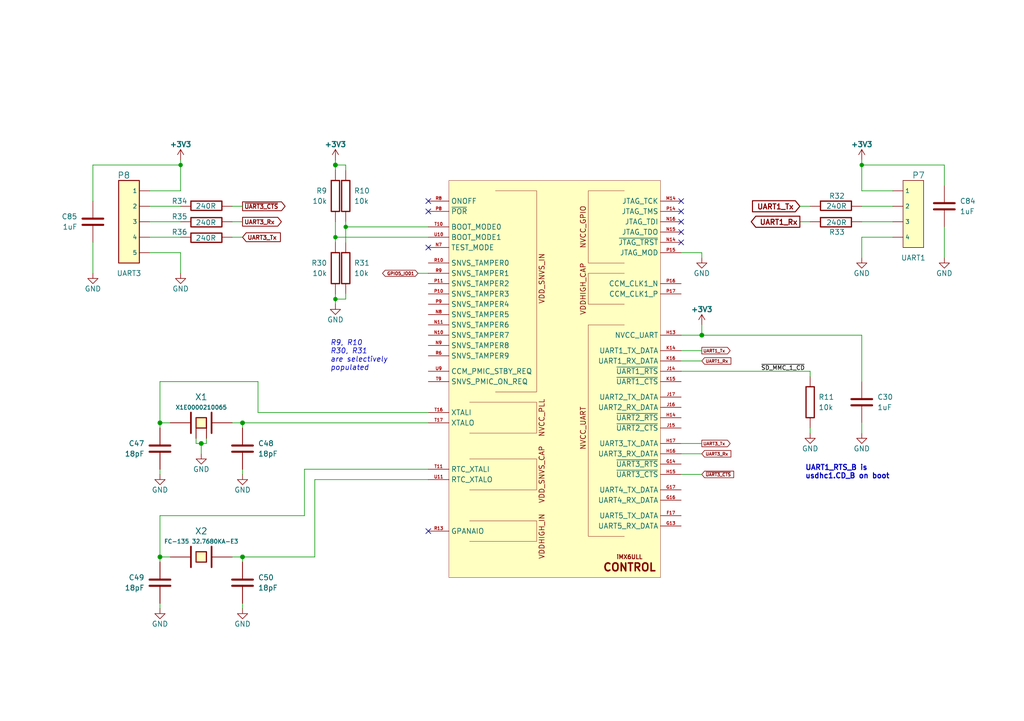
<source format=kicad_sch>
(kicad_sch (version 20210621) (generator eeschema)

  (uuid 57cd44a3-8bc9-4b91-a35e-52bb02e23431)

  (paper "User" 252.019 177.597)

  (title_block
    (title "iMX6ULL Compute Module & Base Board")
    (date "2021-03-23")
    (rev "1.0")
    (company "AHSA Elektronik")
  )

  (lib_symbols
    (symbol "abdullah:+3.3V" (power) (pin_names (offset 0)) (in_bom yes) (on_board yes)
      (property "Reference" "#PWR" (id 0) (at 0 -3.81 0)
        (effects (font (size 1.27 1.27)) hide)
      )
      (property "Value" "+3.3V" (id 1) (at 0 3.81 0)
        (effects (font (size 1.27 1.27) bold))
      )
      (property "Footprint" "" (id 2) (at 0 0 0)
        (effects (font (size 1.27 1.27)) hide)
      )
      (property "Datasheet" "" (id 3) (at 0 0 0)
        (effects (font (size 1.27 1.27)) hide)
      )
      (symbol "+3.3V_0_1"
        (polyline
          (pts
            (xy -0.762 1.27)
            (xy 0 2.54)
          )
          (stroke (width 0)) (fill (type none))
        )
        (polyline
          (pts
            (xy 0 0)
            (xy 0 2.54)
          )
          (stroke (width 0)) (fill (type none))
        )
        (polyline
          (pts
            (xy 0 2.54)
            (xy 0.762 1.27)
          )
          (stroke (width 0)) (fill (type none))
        )
      )
      (symbol "+3.3V_1_1"
        (pin power_in line (at 0 0 90) (length 0) hide
          (name "+3V3" (effects (font (size 1.27 1.27))))
          (number "1" (effects (font (size 1.27 1.27))))
        )
      )
    )
    (symbol "abdullah:C-vert" (pin_numbers hide) (pin_names (offset 0.254)) (in_bom yes) (on_board yes)
      (property "Reference" "C" (id 0) (at 3.81 1.27 0)
        (effects (font (size 1.27 1.27)) (justify left))
      )
      (property "Value" "C-vert" (id 1) (at 3.81 -1.27 0)
        (effects (font (size 1.27 1.27)) (justify left))
      )
      (property "Footprint" "" (id 2) (at 1.27 -1.27 0)
        (effects (font (size 1.524 1.524)) hide)
      )
      (property "Datasheet" "" (id 3) (at 0 0 0)
        (effects (font (size 1.524 1.524)))
      )
      (property "Voltage" "V" (id 4) (at 3.81 -3.81 0)
        (effects (font (size 1.016 1.016)) (justify left) hide)
      )
      (property "Details" "Capacitor Ceramic Chip SMD 100nF 50V 0805 5%" (id 5) (at 0 0 0)
        (effects (font (size 1.27 1.27)) hide)
      )
      (property "ki_fp_filters" "SM* C? C1-1" (id 6) (at 0 0 0)
        (effects (font (size 1.27 1.27)) hide)
      )
      (symbol "C-vert_0_1"
        (polyline
          (pts
            (xy -2.54 -0.762)
            (xy 2.54 -0.762)
          )
          (stroke (width 0.508)) (fill (type none))
        )
        (polyline
          (pts
            (xy -2.54 0.762)
            (xy 2.54 0.762)
          )
          (stroke (width 0.508)) (fill (type none))
        )
      )
      (symbol "C-vert_1_1"
        (pin passive line (at 0 5.08 270) (length 4.318)
          (name "~" (effects (font (size 1.016 1.016))))
          (number "1" (effects (font (size 1.016 1.016))))
        )
        (pin passive line (at 0 -5.08 90) (length 4.318)
          (name "~" (effects (font (size 1.016 1.016))))
          (number "2" (effects (font (size 1.016 1.016))))
        )
      )
    )
    (symbol "abdullah:CONNECTOR-4" (pin_numbers hide) (in_bom yes) (on_board yes)
      (property "Reference" "P" (id 0) (at -1.27 7.62 0)
        (effects (font (size 1.524 1.524)))
      )
      (property "Value" "CONNECTOR-4" (id 1) (at -3.81 -1.27 90)
        (effects (font (size 1.27 1.27)))
      )
      (property "Footprint" "" (id 2) (at 0 0 0)
        (effects (font (size 1.524 1.524)))
      )
      (property "Datasheet" "" (id 3) (at 0 0 0)
        (effects (font (size 1.524 1.524)))
      )
      (symbol "CONNECTOR-4_0_1"
        (rectangle (start 2.54 6.35) (end -2.54 -10.16)
          (stroke (width 0)) (fill (type background))
        )
      )
      (symbol "CONNECTOR-4_1_1"
        (pin bidirectional line (at 5.08 3.81 180) (length 2.54)
          (name "1" (effects (font (size 1.016 1.016))))
          (number "1" (effects (font (size 0.508 0.508))))
        )
        (pin bidirectional line (at 5.08 0 180) (length 2.54)
          (name "2" (effects (font (size 1.016 1.016))))
          (number "2" (effects (font (size 0.508 0.508))))
        )
        (pin bidirectional line (at 5.08 -3.81 180) (length 2.54)
          (name "3" (effects (font (size 1.016 1.016))))
          (number "3" (effects (font (size 0.508 0.508))))
        )
        (pin bidirectional line (at 5.08 -7.62 180) (length 2.54)
          (name "4" (effects (font (size 1.016 1.016))))
          (number "4" (effects (font (size 0.508 0.508))))
        )
      )
    )
    (symbol "abdullah:CONNECTOR-5" (pin_numbers hide) (in_bom yes) (on_board yes)
      (property "Reference" "P" (id 0) (at -1.27 11.43 0)
        (effects (font (size 1.524 1.524)))
      )
      (property "Value" "CONNECTOR-5" (id 1) (at -3.81 1.27 90)
        (effects (font (size 1.27 1.27)))
      )
      (property "Footprint" "" (id 2) (at 0 0 0)
        (effects (font (size 1.524 1.524)))
      )
      (property "Datasheet" "" (id 3) (at 0 0 0)
        (effects (font (size 1.524 1.524)))
      )
      (property "Details" "Connector 5 Pins" (id 4) (at 0 0 0)
        (effects (font (size 1.27 1.27)) hide)
      )
      (symbol "CONNECTOR-5_0_0"
        (pin bidirectional line (at 5.08 -7.62 180) (length 2.54)
          (name "5" (effects (font (size 1.016 1.016))))
          (number "5" (effects (font (size 0.635 0.635))))
        )
      )
      (symbol "CONNECTOR-5_0_1"
        (rectangle (start 2.54 10.16) (end -2.54 -10.16)
          (stroke (width 0.254)) (fill (type background))
        )
      )
      (symbol "CONNECTOR-5_1_1"
        (pin bidirectional line (at 5.08 7.62 180) (length 2.54)
          (name "1" (effects (font (size 1.016 1.016))))
          (number "1" (effects (font (size 0.508 0.508))))
        )
        (pin bidirectional line (at 5.08 3.81 180) (length 2.54)
          (name "2" (effects (font (size 1.016 1.016))))
          (number "2" (effects (font (size 0.508 0.508))))
        )
        (pin bidirectional line (at 5.08 0 180) (length 2.54)
          (name "3" (effects (font (size 1.016 1.016))))
          (number "3" (effects (font (size 0.508 0.508))))
        )
        (pin bidirectional line (at 5.08 -3.81 180) (length 2.54)
          (name "4" (effects (font (size 1.016 1.016))))
          (number "4" (effects (font (size 0.508 0.508))))
        )
      )
    )
    (symbol "abdullah:CRYSTAL" (pin_numbers hide) (pin_names hide) (in_bom yes) (on_board yes)
      (property "Reference" "X" (id 0) (at 0 3.81 0)
        (effects (font (size 1.524 1.524)))
      )
      (property "Value" "CRYSTAL" (id 1) (at 0 -3.81 0)
        (effects (font (size 1.524 1.524)))
      )
      (property "Footprint" "" (id 2) (at 0 0 0)
        (effects (font (size 1.524 1.524)))
      )
      (property "Datasheet" "" (id 3) (at 0 0 0)
        (effects (font (size 1.524 1.524)))
      )
      (symbol "CRYSTAL_0_1"
        (polyline
          (pts
            (xy -2.54 2.54)
            (xy -2.54 -2.54)
          )
          (stroke (width 0.4064)) (fill (type none))
        )
        (polyline
          (pts
            (xy 2.54 2.54)
            (xy 2.54 -2.54)
          )
          (stroke (width 0.4064)) (fill (type none))
        )
        (polyline
          (pts
            (xy -1.27 1.27)
            (xy 1.27 1.27)
            (xy 1.27 -1.27)
            (xy -1.27 -1.27)
            (xy -1.27 1.27)
          )
          (stroke (width 0.3048)) (fill (type background))
        )
      )
      (symbol "CRYSTAL_1_1"
        (pin passive line (at -7.62 0 0) (length 5.08)
          (name "1" (effects (font (size 1.016 1.016))))
          (number "1" (effects (font (size 1.016 1.016))))
        )
        (pin passive line (at 7.62 0 180) (length 5.08)
          (name "2" (effects (font (size 1.016 1.016))))
          (number "2" (effects (font (size 1.016 1.016))))
        )
      )
    )
    (symbol "abdullah:CRYSTAL-with-2-gnd-pads" (pin_numbers hide) (pin_names hide) (in_bom yes) (on_board yes)
      (property "Reference" "X" (id 0) (at 0 3.81 0)
        (effects (font (size 1.524 1.524)))
      )
      (property "Value" "CRYSTAL-with-2-gnd-pads" (id 1) (at 0 -3.81 0)
        (effects (font (size 1.524 1.524)))
      )
      (property "Footprint" "" (id 2) (at 0 0 0)
        (effects (font (size 1.524 1.524)))
      )
      (property "Datasheet" "" (id 3) (at 0 0 0)
        (effects (font (size 1.524 1.524)))
      )
      (symbol "CRYSTAL-with-2-gnd-pads_0_1"
        (polyline
          (pts
            (xy -2.54 2.54)
            (xy -2.54 -2.54)
          )
          (stroke (width 0.4064)) (fill (type none))
        )
        (polyline
          (pts
            (xy 2.54 2.54)
            (xy 2.54 -2.54)
          )
          (stroke (width 0.4064)) (fill (type none))
        )
        (polyline
          (pts
            (xy -1.27 1.27)
            (xy 1.27 1.27)
            (xy 1.27 -1.27)
            (xy -1.27 -1.27)
            (xy -1.27 1.27)
          )
          (stroke (width 0.3048)) (fill (type background))
        )
      )
      (symbol "CRYSTAL-with-2-gnd-pads_1_1"
        (pin passive line (at -7.62 0 0) (length 5.08)
          (name "1" (effects (font (size 1.016 1.016))))
          (number "1" (effects (font (size 1.016 1.016))))
        )
        (pin passive line (at -1.27 3.81 270) (length 2.54)
          (name "Case" (effects (font (size 1.27 1.27))))
          (number "2" (effects (font (size 1.016 1.016))))
        )
        (pin passive line (at 7.62 0 180) (length 5.08)
          (name "3" (effects (font (size 1.016 1.016))))
          (number "3" (effects (font (size 1.016 1.016))))
        )
        (pin passive line (at 1.27 3.81 270) (length 2.54)
          (name "Case" (effects (font (size 1.27 1.27))))
          (number "4" (effects (font (size 1.016 1.016))))
        )
      )
    )
    (symbol "abdullah:GND" (power) (pin_names (offset 0)) (in_bom yes) (on_board yes)
      (property "Reference" "#PWR" (id 0) (at 0 -6.35 0)
        (effects (font (size 1.27 1.27)) hide)
      )
      (property "Value" "GND" (id 1) (at 0 -3.81 0)
        (effects (font (size 1.27 1.27)))
      )
      (property "Footprint" "" (id 2) (at 0 0 0)
        (effects (font (size 1.27 1.27)) hide)
      )
      (property "Datasheet" "" (id 3) (at 0 0 0)
        (effects (font (size 1.27 1.27)) hide)
      )
      (symbol "GND_0_1"
        (polyline
          (pts
            (xy 0 0)
            (xy 0 -1.27)
            (xy 1.27 -1.27)
            (xy 0 -2.54)
            (xy -1.27 -1.27)
            (xy 0 -1.27)
          )
          (stroke (width 0)) (fill (type none))
        )
      )
      (symbol "GND_1_1"
        (pin power_in line (at 0 0 270) (length 0) hide
          (name "GND" (effects (font (size 1.27 1.27))))
          (number "1" (effects (font (size 1.27 1.27))))
        )
      )
    )
    (symbol "abdullah:R-hrz" (pin_numbers hide) (pin_names (offset 0)) (in_bom yes) (on_board yes)
      (property "Reference" "R" (id 0) (at 0.254 2.54 0)
        (effects (font (size 1.27 1.27)))
      )
      (property "Value" "R-hrz" (id 1) (at 0.127 -2.54 0)
        (effects (font (size 1.27 1.27)))
      )
      (property "Footprint" "" (id 2) (at -2.286 0 0)
        (effects (font (size 1.524 1.524)) hide)
      )
      (property "Datasheet" "" (id 3) (at 0.254 2.54 0)
        (effects (font (size 1.524 1.524)) hide)
      )
      (property "Details" "Resistor SMD 10k 0805 5%" (id 4) (at 0 0 0)
        (effects (font (size 1.27 1.27)) hide)
      )
      (property "ki_fp_filters" "R? SM0603 SM0805 R?-* SM1206" (id 5) (at 0 0 0)
        (effects (font (size 1.27 1.27)) hide)
      )
      (symbol "R-hrz_0_1"
        (rectangle (start -3.81 -1.016) (end 3.81 1.27)
          (stroke (width 0.3048)) (fill (type none))
        )
      )
      (symbol "R-hrz_1_1"
        (pin passive line (at -6.35 0 0) (length 2.54)
          (name "~" (effects (font (size 1.524 1.524))))
          (number "1" (effects (font (size 1.524 1.524))))
        )
        (pin passive line (at 6.35 0 180) (length 2.54)
          (name "~" (effects (font (size 1.524 1.524))))
          (number "2" (effects (font (size 1.524 1.524))))
        )
      )
    )
    (symbol "abdullah:R-vert" (pin_numbers hide) (pin_names (offset 0)) (in_bom yes) (on_board yes)
      (property "Reference" "R" (id 0) (at 2.032 1.27 0)
        (effects (font (size 1.27 1.27)) (justify left))
      )
      (property "Value" "R-vert" (id 1) (at 2.032 -1.27 0)
        (effects (font (size 1.27 1.27)) (justify left))
      )
      (property "Footprint" "" (id 2) (at -0.508 -1.27 0)
        (effects (font (size 1.524 1.524)) hide)
      )
      (property "Datasheet" "" (id 3) (at 0 0 0)
        (effects (font (size 1.524 1.524)))
      )
      (property "Wattage" "W" (id 4) (at 2.032 -3.81 0)
        (effects (font (size 1.016 1.016)) (justify left) hide)
      )
      (property "Details" "Resistor SMD 10k 0805 5%" (id 5) (at 0 0 0)
        (effects (font (size 1.27 1.27)) hide)
      )
      (property "ki_fp_filters" "R? SM0603 SM0805 R?-* SM1206" (id 6) (at 0 0 0)
        (effects (font (size 1.27 1.27)) hide)
      )
      (symbol "R-vert_0_1"
        (rectangle (start -1.016 3.81) (end 1.016 -3.81)
          (stroke (width 0.3048)) (fill (type none))
        )
      )
      (symbol "R-vert_1_1"
        (pin passive line (at 0 6.35 270) (length 2.54)
          (name "~" (effects (font (size 1.524 1.524))))
          (number "1" (effects (font (size 1.524 1.524))))
        )
        (pin passive line (at 0 -6.35 90) (length 2.54)
          (name "~" (effects (font (size 1.524 1.524))))
          (number "2" (effects (font (size 1.524 1.524))))
        )
      )
    )
    (symbol "abdullah:iMX6ULL_11" (in_bom yes) (on_board yes)
      (property "Reference" "U" (id 0) (at -24.13 -71.12 0)
        (effects (font (size 1.27 1.27)) hide)
      )
      (property "Value" "iMX6ULL" (id 1) (at -21.59 60.96 0)
        (effects (font (size 1.27 1.27)) hide)
      )
      (property "Footprint" "" (id 2) (at -49.53 41.91 0)
        (effects (font (size 1.27 1.27)) hide)
      )
      (property "Datasheet" "" (id 3) (at -49.53 41.91 0)
        (effects (font (size 1.27 1.27)) hide)
      )
      (property "ki_locked" "" (id 4) (at 0 0 0)
        (effects (font (size 1.27 1.27)))
      )
      (symbol "iMX6ULL_11_1_1"
        (text "iMX6ULL" (at 0 -52.07 0)
          (effects (font (size 3.81 3.81)))
        )
        (text "POWER" (at 0 -60.96 0)
          (effects (font (size 5.08 5.08) bold))
        )
        (rectangle (start -25.4 58.42) (end 26.67 -71.12)
          (stroke (width 0.0006)) (fill (type background))
        )
        (pin unspecified line (at -30.48 -12.7 0) (length 5.08)
          (name "VSS1" (effects (font (size 1.27 1.27))))
          (number "A1" (effects (font (size 0.762 0.762))))
        )
        (pin unspecified line (at -30.48 -15.24 0) (length 5.08)
          (name "VSS2" (effects (font (size 1.27 1.27))))
          (number "A17" (effects (font (size 0.762 0.762))))
        )
        (pin unspecified line (at -30.48 -22.86 0) (length 5.08)
          (name "VSS5" (effects (font (size 1.27 1.27))))
          (number "C11" (effects (font (size 0.762 0.762))))
        )
        (pin unspecified line (at -30.48 -25.4 0) (length 5.08)
          (name "VSS6" (effects (font (size 1.27 1.27))))
          (number "C15" (effects (font (size 0.762 0.762))))
        )
        (pin unspecified line (at -30.48 -17.78 0) (length 5.08)
          (name "VSS3" (effects (font (size 1.27 1.27))))
          (number "C3" (effects (font (size 0.762 0.762))))
        )
        (pin unspecified line (at -30.48 -20.32 0) (length 5.08)
          (name "VSS4" (effects (font (size 1.27 1.27))))
          (number "C7" (effects (font (size 0.762 0.762))))
        )
        (pin unspecified line (at -30.48 -30.48 0) (length 5.08)
          (name "VSS8" (effects (font (size 1.27 1.27))))
          (number "E11" (effects (font (size 0.762 0.762))))
        )
        (pin unspecified line (at -30.48 -27.94 0) (length 5.08)
          (name "VSS7" (effects (font (size 1.27 1.27))))
          (number "E8" (effects (font (size 0.762 0.762))))
        )
        (pin unspecified line (at -30.48 -43.18 0) (length 5.08)
          (name "VSS13" (effects (font (size 1.27 1.27))))
          (number "F10" (effects (font (size 0.762 0.762))))
        )
        (pin unspecified line (at -30.48 -45.72 0) (length 5.08)
          (name "VSS14" (effects (font (size 1.27 1.27))))
          (number "F11" (effects (font (size 0.762 0.762))))
        )
        (pin unspecified line (at -30.48 -48.26 0) (length 5.08)
          (name "VSS15" (effects (font (size 1.27 1.27))))
          (number "F12" (effects (font (size 0.762 0.762))))
        )
        (pin unspecified line (at -30.48 -33.02 0) (length 5.08)
          (name "VSS9" (effects (font (size 1.27 1.27))))
          (number "F6" (effects (font (size 0.762 0.762))))
        )
        (pin unspecified line (at -30.48 -35.56 0) (length 5.08)
          (name "VSS10" (effects (font (size 1.27 1.27))))
          (number "F7" (effects (font (size 0.762 0.762))))
        )
        (pin unspecified line (at -30.48 -38.1 0) (length 5.08)
          (name "VSS11" (effects (font (size 1.27 1.27))))
          (number "F8" (effects (font (size 0.762 0.762))))
        )
        (pin unspecified line (at -30.48 -40.64 0) (length 5.08)
          (name "VSS12" (effects (font (size 1.27 1.27))))
          (number "F9" (effects (font (size 0.762 0.762))))
        )
        (pin unspecified line (at 31.75 53.34 180) (length 5.08)
          (name "VDD_ARM_CAP_2" (effects (font (size 1.27 1.27))))
          (number "G10" (effects (font (size 0.762 0.762))))
        )
        (pin unspecified line (at 31.75 50.8 180) (length 5.08)
          (name "VDD_ARM_CAP_3" (effects (font (size 1.27 1.27))))
          (number "G11" (effects (font (size 0.762 0.762))))
        )
        (pin unspecified line (at -30.48 -58.42 0) (length 5.08)
          (name "VSS19" (effects (font (size 1.27 1.27))))
          (number "G12" (effects (font (size 0.762 0.762))))
        )
        (pin unspecified line (at -30.48 -60.96 0) (length 5.08)
          (name "VSS20" (effects (font (size 1.27 1.27))))
          (number "G15" (effects (font (size 0.762 0.762))))
        )
        (pin unspecified line (at -30.48 -50.8 0) (length 5.08)
          (name "VSS16" (effects (font (size 1.27 1.27))))
          (number "G3" (effects (font (size 0.762 0.762))))
        )
        (pin unspecified line (at -30.48 -53.34 0) (length 5.08)
          (name "VSS17" (effects (font (size 1.27 1.27))))
          (number "G5" (effects (font (size 0.762 0.762))))
        )
        (pin unspecified line (at -30.48 -55.88 0) (length 5.08)
          (name "VSS18" (effects (font (size 1.27 1.27))))
          (number "G7" (effects (font (size 0.762 0.762))))
        )
        (pin unspecified line (at 31.75 43.18 180) (length 5.08)
          (name "VDD_SOC_CAP1" (effects (font (size 1.27 1.27))))
          (number "G8" (effects (font (size 0.762 0.762))))
        )
        (pin unspecified line (at 31.75 55.88 180) (length 5.08)
          (name "VDD_ARM_CAP_1" (effects (font (size 1.27 1.27))))
          (number "G9" (effects (font (size 0.762 0.762))))
        )
        (pin unspecified line (at -30.48 40.64 0) (length 5.08)
          (name "VDD_SOC_IN2" (effects (font (size 1.27 1.27))))
          (number "H10" (effects (font (size 0.762 0.762))))
        )
        (pin unspecified line (at 31.75 48.26 180) (length 5.08)
          (name "VDD_ARM_CAP_4" (effects (font (size 1.27 1.27))))
          (number "H11" (effects (font (size 0.762 0.762))))
        )
        (pin unspecified line (at -30.48 -66.04 0) (length 5.08)
          (name "VSS22" (effects (font (size 1.27 1.27))))
          (number "H12" (effects (font (size 0.762 0.762))))
        )
        (pin unspecified line (at -30.48 -63.5 0) (length 5.08)
          (name "VSS21" (effects (font (size 1.27 1.27))))
          (number "H7" (effects (font (size 0.762 0.762))))
        )
        (pin unspecified line (at 31.75 40.64 180) (length 5.08)
          (name "VDD_SOC_CAP2" (effects (font (size 1.27 1.27))))
          (number "H8" (effects (font (size 0.762 0.762))))
        )
        (pin unspecified line (at -30.48 43.18 0) (length 5.08)
          (name "VDD_SOC_IN1" (effects (font (size 1.27 1.27))))
          (number "H9" (effects (font (size 0.762 0.762))))
        )
        (pin unspecified line (at -30.48 35.56 0) (length 5.08)
          (name "VDD_SOC_IN4" (effects (font (size 1.27 1.27))))
          (number "J10" (effects (font (size 0.762 0.762))))
        )
        (pin unspecified line (at 31.75 35.56 180) (length 5.08)
          (name "VDD_SOC_CAP4" (effects (font (size 1.27 1.27))))
          (number "J11" (effects (font (size 0.762 0.762))))
        )
        (pin unspecified line (at 31.75 -66.04 180) (length 5.08)
          (name "VSS25" (effects (font (size 1.27 1.27))))
          (number "J12" (effects (font (size 0.762 0.762))))
        )
        (pin unspecified line (at -30.48 -68.58 0) (length 5.08)
          (name "VSS23" (effects (font (size 1.27 1.27))))
          (number "J5" (effects (font (size 0.762 0.762))))
        )
        (pin unspecified line (at 31.75 -68.58 180) (length 5.08)
          (name "VSS24" (effects (font (size 1.27 1.27))))
          (number "J7" (effects (font (size 0.762 0.762))))
        )
        (pin unspecified line (at 31.75 38.1 180) (length 5.08)
          (name "VDD_SOC_CAP3" (effects (font (size 1.27 1.27))))
          (number "J8" (effects (font (size 0.762 0.762))))
        )
        (pin unspecified line (at -30.48 38.1 0) (length 5.08)
          (name "VDD_SOC_IN3" (effects (font (size 1.27 1.27))))
          (number "J9" (effects (font (size 0.762 0.762))))
        )
        (pin unspecified line (at -30.48 30.48 0) (length 5.08)
          (name "VDD_SOC_IN6" (effects (font (size 1.27 1.27))))
          (number "K10" (effects (font (size 0.762 0.762))))
        )
        (pin unspecified line (at 31.75 30.48 180) (length 5.08)
          (name "VDD_SOC_CAP6" (effects (font (size 1.27 1.27))))
          (number "K11" (effects (font (size 0.762 0.762))))
        )
        (pin unspecified line (at 31.75 -60.96 180) (length 5.08)
          (name "VSS27" (effects (font (size 1.27 1.27))))
          (number "K12" (effects (font (size 0.762 0.762))))
        )
        (pin unspecified line (at 31.75 -63.5 180) (length 5.08)
          (name "VSS26" (effects (font (size 1.27 1.27))))
          (number "K7" (effects (font (size 0.762 0.762))))
        )
        (pin unspecified line (at 31.75 33.02 180) (length 5.08)
          (name "VDD_SOC_CAP5" (effects (font (size 1.27 1.27))))
          (number "K8" (effects (font (size 0.762 0.762))))
        )
        (pin unspecified line (at -30.48 33.02 0) (length 5.08)
          (name "VDD_SOC_IN5" (effects (font (size 1.27 1.27))))
          (number "K9" (effects (font (size 0.762 0.762))))
        )
        (pin unspecified line (at 31.75 22.86 180) (length 5.08)
          (name "VDD_SOC_CAP9" (effects (font (size 1.27 1.27))))
          (number "L10" (effects (font (size 0.762 0.762))))
        )
        (pin unspecified line (at 31.75 20.32 180) (length 5.08)
          (name "VDD_SOC_CAP10" (effects (font (size 1.27 1.27))))
          (number "L11" (effects (font (size 0.762 0.762))))
        )
        (pin unspecified line (at 31.75 -53.34 180) (length 5.08)
          (name "VSS30" (effects (font (size 1.27 1.27))))
          (number "L12" (effects (font (size 0.762 0.762))))
        )
        (pin unspecified line (at 31.75 -58.42 180) (length 5.08)
          (name "VSS28" (effects (font (size 1.27 1.27))))
          (number "L3" (effects (font (size 0.762 0.762))))
        )
        (pin unspecified line (at 31.75 -55.88 180) (length 5.08)
          (name "VSS29" (effects (font (size 1.27 1.27))))
          (number "L7" (effects (font (size 0.762 0.762))))
        )
        (pin unspecified line (at 31.75 27.94 180) (length 5.08)
          (name "VDD_SOC_CAP7" (effects (font (size 1.27 1.27))))
          (number "L8" (effects (font (size 0.762 0.762))))
        )
        (pin unspecified line (at 31.75 25.4 180) (length 5.08)
          (name "VDD_SOC_CAP8" (effects (font (size 1.27 1.27))))
          (number "L9" (effects (font (size 0.762 0.762))))
        )
        (pin unspecified line (at 31.75 -43.18 180) (length 5.08)
          (name "VSS34" (effects (font (size 1.27 1.27))))
          (number "M10" (effects (font (size 0.762 0.762))))
        )
        (pin unspecified line (at 31.75 -40.64 180) (length 5.08)
          (name "VSS35" (effects (font (size 1.27 1.27))))
          (number "M11" (effects (font (size 0.762 0.762))))
        )
        (pin unspecified line (at -30.48 -10.16 0) (length 5.08)
          (name "NGND_KEL0" (effects (font (size 1.27 1.27))))
          (number "M12" (effects (font (size 0.762 0.762))))
        )
        (pin unspecified line (at 31.75 -50.8 180) (length 5.08)
          (name "VSS31" (effects (font (size 1.27 1.27))))
          (number "M7" (effects (font (size 0.762 0.762))))
        )
        (pin unspecified line (at 31.75 -48.26 180) (length 5.08)
          (name "VSS32" (effects (font (size 1.27 1.27))))
          (number "M8" (effects (font (size 0.762 0.762))))
        )
        (pin unspecified line (at 31.75 -45.72 180) (length 5.08)
          (name "VSS33" (effects (font (size 1.27 1.27))))
          (number "M9" (effects (font (size 0.762 0.762))))
        )
        (pin unspecified line (at 31.75 -1.27 180) (length 5.08)
          (name "VDD_SNVS_CAP" (effects (font (size 1.27 1.27))))
          (number "N12" (effects (font (size 0.762 0.762))))
        )
        (pin unspecified line (at -30.48 13.97 0) (length 5.08)
          (name "VDD_HIGH_IN" (effects (font (size 1.27 1.27))))
          (number "N13" (effects (font (size 0.762 0.762))))
        )
        (pin unspecified line (at 31.75 -38.1 180) (length 5.08)
          (name "VSS36" (effects (font (size 1.27 1.27))))
          (number "N3" (effects (font (size 0.762 0.762))))
        )
        (pin unspecified line (at 31.75 -35.56 180) (length 5.08)
          (name "VSS37" (effects (font (size 1.27 1.27))))
          (number "N5" (effects (font (size 0.762 0.762))))
        )
        (pin unspecified line (at -30.48 3.81 0) (length 5.08)
          (name "VDD_SNVS_IN" (effects (font (size 1.27 1.27))))
          (number "P12" (effects (font (size 0.762 0.762))))
        )
        (pin unspecified line (at 31.75 3.81 180) (length 5.08)
          (name "NVCC_PLL" (effects (font (size 1.27 1.27))))
          (number "P13" (effects (font (size 0.762 0.762))))
        )
        (pin unspecified line (at 31.75 -25.4 180) (length 5.08)
          (name "VSS41" (effects (font (size 1.27 1.27))))
          (number "R11" (effects (font (size 0.762 0.762))))
        )
        (pin unspecified line (at 31.75 13.97 180) (length 5.08)
          (name "VDD_HIGH_CAP1" (effects (font (size 1.27 1.27))))
          (number "R14" (effects (font (size 0.762 0.762))))
        )
        (pin unspecified line (at 31.75 11.43 180) (length 5.08)
          (name "VDD_HIGH_CAP2" (effects (font (size 1.27 1.27))))
          (number "R15" (effects (font (size 0.762 0.762))))
        )
        (pin unspecified line (at 31.75 -22.86 180) (length 5.08)
          (name "VSS42" (effects (font (size 1.27 1.27))))
          (number "R16" (effects (font (size 0.762 0.762))))
        )
        (pin unspecified line (at 31.75 -20.32 180) (length 5.08)
          (name "VSS43" (effects (font (size 1.27 1.27))))
          (number "R17" (effects (font (size 0.762 0.762))))
        )
        (pin unspecified line (at 31.75 -33.02 180) (length 5.08)
          (name "VSS38" (effects (font (size 1.27 1.27))))
          (number "R3" (effects (font (size 0.762 0.762))))
        )
        (pin unspecified line (at 31.75 -30.48 180) (length 5.08)
          (name "VSS39" (effects (font (size 1.27 1.27))))
          (number "R5" (effects (font (size 0.762 0.762))))
        )
        (pin unspecified line (at 31.75 -27.94 180) (length 5.08)
          (name "VSS40" (effects (font (size 1.27 1.27))))
          (number "R7" (effects (font (size 0.762 0.762))))
        )
        (pin unspecified line (at 31.75 -17.78 180) (length 5.08)
          (name "VSS44" (effects (font (size 1.27 1.27))))
          (number "T14" (effects (font (size 0.762 0.762))))
        )
        (pin unspecified line (at 31.75 -15.24 180) (length 5.08)
          (name "VSS45" (effects (font (size 1.27 1.27))))
          (number "U1" (effects (font (size 0.762 0.762))))
        )
        (pin unspecified line (at 31.75 -12.7 180) (length 5.08)
          (name "VSS46" (effects (font (size 1.27 1.27))))
          (number "U14" (effects (font (size 0.762 0.762))))
        )
        (pin unspecified line (at 31.75 -10.16 180) (length 5.08)
          (name "VSS47" (effects (font (size 1.27 1.27))))
          (number "U17" (effects (font (size 0.762 0.762))))
        )
      )
      (symbol "iMX6ULL_11_2_1"
        (text "DRAM" (at 1.27 33.02 0)
          (effects (font (size 5.08 5.08) bold))
        )
        (text "iMX6ULL" (at 1.27 41.91 0)
          (effects (font (size 3.81 3.81)))
        )
        (rectangle (start -29.21 48.26) (end 30.48 -54.61)
          (stroke (width 0.0006)) (fill (type background))
        )
        (pin unspecified line (at 35.56 -17.78 180) (length 5.08)
          (name "DRAM_ODT1" (effects (font (size 1.27 1.27))))
          (number "F1" (effects (font (size 0.762 0.762))))
        )
        (pin unspecified line (at -34.29 10.16 0) (length 5.08)
          (name "DRAM_ADDR14" (effects (font (size 1.27 1.27))))
          (number "G1" (effects (font (size 0.762 0.762))))
        )
        (pin unspecified line (at -34.29 30.48 0) (length 5.08)
          (name "DRAM_ADDR6" (effects (font (size 1.27 1.27))))
          (number "G2" (effects (font (size 0.762 0.762))))
        )
        (pin unspecified line (at -34.29 -39.37 0) (length 5.08)
          (name "DRAM_RESET" (effects (font (size 1.27 1.27))))
          (number "G4" (effects (font (size 0.762 0.762))))
        )
        (pin unspecified line (at 35.56 -39.37 180) (length 5.08)
          (name "NVCC_DRAM1" (effects (font (size 1.27 1.27))))
          (number "G6" (effects (font (size 0.762 0.762))))
        )
        (pin unspecified line (at -34.29 -5.08 0) (length 5.08)
          (name "DRAM_SDBA1" (effects (font (size 1.27 1.27))))
          (number "H1" (effects (font (size 0.762 0.762))))
        )
        (pin unspecified line (at -34.29 43.18 0) (length 5.08)
          (name "DRAM_ADDR1" (effects (font (size 1.27 1.27))))
          (number "H2" (effects (font (size 0.762 0.762))))
        )
        (pin unspecified line (at -34.29 12.7 0) (length 5.08)
          (name "DRAM_ADDR13" (effects (font (size 1.27 1.27))))
          (number "H3" (effects (font (size 0.762 0.762))))
        )
        (pin unspecified line (at -34.29 27.94 0) (length 5.08)
          (name "DRAM_ADDR7" (effects (font (size 1.27 1.27))))
          (number "H4" (effects (font (size 0.762 0.762))))
        )
        (pin unspecified line (at -34.29 -16.51 0) (length 5.08)
          (name "~{DRAM_CS1}" (effects (font (size 1.27 1.27))))
          (number "H5" (effects (font (size 0.762 0.762))))
        )
        (pin unspecified line (at 35.56 -41.91 180) (length 5.08)
          (name "NVCC_DRAM2" (effects (font (size 1.27 1.27))))
          (number "H6" (effects (font (size 0.762 0.762))))
        )
        (pin unspecified line (at -34.29 -26.67 0) (length 5.08)
          (name "~{DRAM_SDWE}" (effects (font (size 1.27 1.27))))
          (number "J1" (effects (font (size 0.762 0.762))))
        )
        (pin unspecified line (at -34.29 -24.13 0) (length 5.08)
          (name "~{DRAM_CAS}" (effects (font (size 1.27 1.27))))
          (number "J2" (effects (font (size 0.762 0.762))))
        )
        (pin unspecified line (at 35.56 -27.94 180) (length 5.08)
          (name "DRAM_SDCKE1" (effects (font (size 1.27 1.27))))
          (number "J3" (effects (font (size 0.762 0.762))))
        )
        (pin unspecified line (at -34.29 25.4 0) (length 5.08)
          (name "DRAM_ADDR8" (effects (font (size 1.27 1.27))))
          (number "J4" (effects (font (size 0.762 0.762))))
        )
        (pin unspecified line (at 35.56 -44.45 180) (length 5.08)
          (name "NVCC_DRAM3" (effects (font (size 1.27 1.27))))
          (number "J6" (effects (font (size 0.762 0.762))))
        )
        (pin unspecified line (at -34.29 40.64 0) (length 5.08)
          (name "DRAM_ADDR2" (effects (font (size 1.27 1.27))))
          (number "K1" (effects (font (size 0.762 0.762))))
        )
        (pin unspecified line (at -34.29 -7.62 0) (length 5.08)
          (name "DRAM_SDBA2" (effects (font (size 1.27 1.27))))
          (number "K2" (effects (font (size 0.762 0.762))))
        )
        (pin unspecified line (at -34.29 17.78 0) (length 5.08)
          (name "DRAM_ADDR11" (effects (font (size 1.27 1.27))))
          (number "K3" (effects (font (size 0.762 0.762))))
        )
        (pin unspecified line (at -34.29 35.56 0) (length 5.08)
          (name "DRAM_ADDR4" (effects (font (size 1.27 1.27))))
          (number "K4" (effects (font (size 0.762 0.762))))
        )
        (pin unspecified line (at -34.29 7.62 0) (length 5.08)
          (name "DRAM_ADDR15" (effects (font (size 1.27 1.27))))
          (number "K5" (effects (font (size 0.762 0.762))))
        )
        (pin unspecified line (at 35.56 -46.99 180) (length 5.08)
          (name "NVCC_DRAM4" (effects (font (size 1.27 1.27))))
          (number "K6" (effects (font (size 0.762 0.762))))
        )
        (pin unspecified line (at -34.29 33.02 0) (length 5.08)
          (name "DRAM_ADDR5" (effects (font (size 1.27 1.27))))
          (number "L1" (effects (font (size 0.762 0.762))))
        )
        (pin unspecified line (at -34.29 22.86 0) (length 5.08)
          (name "DRAM_ADDR9" (effects (font (size 1.27 1.27))))
          (number "L2" (effects (font (size 0.762 0.762))))
        )
        (pin unspecified line (at -34.29 15.24 0) (length 5.08)
          (name "DRAM_ADDR12" (effects (font (size 1.27 1.27))))
          (number "L4" (effects (font (size 0.762 0.762))))
        )
        (pin unspecified line (at -34.29 45.72 0) (length 5.08)
          (name "DRAM_ADDR0" (effects (font (size 1.27 1.27))))
          (number "L5" (effects (font (size 0.762 0.762))))
        )
        (pin unspecified line (at 35.56 -49.53 180) (length 5.08)
          (name "NVCC_DRAM5" (effects (font (size 1.27 1.27))))
          (number "L6" (effects (font (size 0.762 0.762))))
        )
        (pin unspecified line (at -34.29 -2.54 0) (length 5.08)
          (name "DRAM_SDBA0" (effects (font (size 1.27 1.27))))
          (number "M1" (effects (font (size 0.762 0.762))))
        )
        (pin unspecified line (at -34.29 38.1 0) (length 5.08)
          (name "DRAM_ADDR3" (effects (font (size 1.27 1.27))))
          (number "M2" (effects (font (size 0.762 0.762))))
        )
        (pin unspecified line (at 35.56 -30.48 180) (length 5.08)
          (name "DRAM_SDCKE0" (effects (font (size 1.27 1.27))))
          (number "M3" (effects (font (size 0.762 0.762))))
        )
        (pin unspecified line (at -34.29 20.32 0) (length 5.08)
          (name "DRAM_ADDR10" (effects (font (size 1.27 1.27))))
          (number "M4" (effects (font (size 0.762 0.762))))
        )
        (pin unspecified line (at -34.29 -21.59 0) (length 5.08)
          (name "~{DRAM_RAS}" (effects (font (size 1.27 1.27))))
          (number "M5" (effects (font (size 0.762 0.762))))
        )
        (pin unspecified line (at 35.56 -52.07 180) (length 5.08)
          (name "NVCC_DRAM6" (effects (font (size 1.27 1.27))))
          (number "M6" (effects (font (size 0.762 0.762))))
        )
        (pin unspecified line (at 35.56 -20.32 180) (length 5.08)
          (name "DRAM_ODT0" (effects (font (size 1.27 1.27))))
          (number "N1" (effects (font (size 0.762 0.762))))
        )
        (pin unspecified line (at -34.29 -13.97 0) (length 5.08)
          (name "~{DRAM_CS0}" (effects (font (size 1.27 1.27))))
          (number "N2" (effects (font (size 0.762 0.762))))
        )
        (pin unspecified line (at -34.29 -44.45 0) (length 5.08)
          (name "DRAM_ZQPAD" (effects (font (size 1.27 1.27))))
          (number "N4" (effects (font (size 0.762 0.762))))
        )
        (pin unspecified line (at -34.29 -48.26 0) (length 5.08)
          (name "NVCC_DRAM_2P5" (effects (font (size 1.27 1.27))))
          (number "N6" (effects (font (size 0.762 0.762))))
        )
        (pin unspecified line (at -34.29 -31.75 0) (length 5.08)
          (name "DRAM_SDCLK0_P" (effects (font (size 1.27 1.27))))
          (number "P1" (effects (font (size 0.762 0.762))))
        )
        (pin unspecified line (at -34.29 -34.29 0) (length 5.08)
          (name "DRAM_SDCLK0_N" (effects (font (size 1.27 1.27))))
          (number "P2" (effects (font (size 0.762 0.762))))
        )
        (pin unspecified line (at 35.56 2.54 180) (length 5.08)
          (name "DRAM_DATA13" (effects (font (size 1.27 1.27))))
          (number "P3" (effects (font (size 0.762 0.762))))
        )
        (pin unspecified line (at -34.29 -52.07 0) (length 5.08)
          (name "DRAM_VREF" (effects (font (size 1.27 1.27))))
          (number "P4" (effects (font (size 0.762 0.762))))
        )
        (pin unspecified line (at 35.56 5.08 180) (length 5.08)
          (name "DRAM_DATA12" (effects (font (size 1.27 1.27))))
          (number "P5" (effects (font (size 0.762 0.762))))
        )
        (pin unspecified line (at 35.56 25.4 180) (length 5.08)
          (name "DRAM_SDQS0_P" (effects (font (size 1.27 1.27))))
          (number "P6" (effects (font (size 0.762 0.762))))
        )
        (pin unspecified line (at 35.56 22.86 180) (length 5.08)
          (name "DRAM_SDQS0_N" (effects (font (size 1.27 1.27))))
          (number "P7" (effects (font (size 0.762 0.762))))
        )
        (pin unspecified line (at 35.56 -2.54 180) (length 5.08)
          (name "DRAM_DATA15" (effects (font (size 1.27 1.27))))
          (number "R1" (effects (font (size 0.762 0.762))))
        )
        (pin unspecified line (at 35.56 0 180) (length 5.08)
          (name "DRAM_DATA14" (effects (font (size 1.27 1.27))))
          (number "R2" (effects (font (size 0.762 0.762))))
        )
        (pin unspecified line (at 35.56 7.62 180) (length 5.08)
          (name "DRAM_DATA11" (effects (font (size 1.27 1.27))))
          (number "R4" (effects (font (size 0.762 0.762))))
        )
        (pin unspecified line (at 35.56 -5.08 180) (length 5.08)
          (name "DRAM_SDQS1_P" (effects (font (size 1.27 1.27))))
          (number "T1" (effects (font (size 0.762 0.762))))
        )
        (pin unspecified line (at 35.56 -7.62 180) (length 5.08)
          (name "DRAM_SDQS1_N" (effects (font (size 1.27 1.27))))
          (number "T2" (effects (font (size 0.762 0.762))))
        )
        (pin unspecified line (at 35.56 -10.16 180) (length 5.08)
          (name "DRAM_DQM1" (effects (font (size 1.27 1.27))))
          (number "T3" (effects (font (size 0.762 0.762))))
        )
        (pin unspecified line (at 35.56 45.72 180) (length 5.08)
          (name "DRAM_DATA0" (effects (font (size 1.27 1.27))))
          (number "T4" (effects (font (size 0.762 0.762))))
        )
        (pin unspecified line (at 35.56 30.48 180) (length 5.08)
          (name "DRAM_DATA6" (effects (font (size 1.27 1.27))))
          (number "T5" (effects (font (size 0.762 0.762))))
        )
        (pin unspecified line (at 35.56 40.64 180) (length 5.08)
          (name "DRAM_DATA2" (effects (font (size 1.27 1.27))))
          (number "T6" (effects (font (size 0.762 0.762))))
        )
        (pin unspecified line (at 35.56 20.32 180) (length 5.08)
          (name "DRAM_DQM0" (effects (font (size 1.27 1.27))))
          (number "T7" (effects (font (size 0.762 0.762))))
        )
        (pin unspecified line (at 35.56 33.02 180) (length 5.08)
          (name "DRAM_DATA5" (effects (font (size 1.27 1.27))))
          (number "T8" (effects (font (size 0.762 0.762))))
        )
        (pin unspecified line (at 35.56 15.24 180) (length 5.08)
          (name "DRAM_DATA8" (effects (font (size 1.27 1.27))))
          (number "U2" (effects (font (size 0.762 0.762))))
        )
        (pin unspecified line (at 35.56 12.7 180) (length 5.08)
          (name "DRAM_DATA9" (effects (font (size 1.27 1.27))))
          (number "U3" (effects (font (size 0.762 0.762))))
        )
        (pin unspecified line (at 35.56 27.94 180) (length 5.08)
          (name "DRAM_DATA7" (effects (font (size 1.27 1.27))))
          (number "U4" (effects (font (size 0.762 0.762))))
        )
        (pin unspecified line (at 35.56 10.16 180) (length 5.08)
          (name "DRAM_DATA10" (effects (font (size 1.27 1.27))))
          (number "U5" (effects (font (size 0.762 0.762))))
        )
        (pin unspecified line (at 35.56 43.18 180) (length 5.08)
          (name "DRAM_DATA1" (effects (font (size 1.27 1.27))))
          (number "U6" (effects (font (size 0.762 0.762))))
        )
        (pin unspecified line (at 35.56 38.1 180) (length 5.08)
          (name "DRAM_DATA3" (effects (font (size 1.27 1.27))))
          (number "U7" (effects (font (size 0.762 0.762))))
        )
        (pin unspecified line (at 35.56 35.56 180) (length 5.08)
          (name "DRAM_DATA4" (effects (font (size 1.27 1.27))))
          (number "U8" (effects (font (size 0.762 0.762))))
        )
      )
      (symbol "iMX6ULL_11_3_1"
        (text "iMX6ULL" (at -6.35 -19.05 0)
          (effects (font (size 1.905 1.905)))
        )
        (text "NAND" (at -6.35 -22.86 0)
          (effects (font (size 2.54 2.54) bold))
        )
        (rectangle (start -13.97 22.86) (end 15.24 -27.94)
          (stroke (width 0.0006)) (fill (type background))
        )
        (pin unspecified line (at 20.32 0 180) (length 5.08)
          (name "~{NAND_READY}" (effects (font (size 1.27 1.27))))
          (number "A3" (effects (font (size 0.762 0.762))))
        )
        (pin unspecified line (at 20.32 10.16 180) (length 5.08)
          (name "NAND_CLE" (effects (font (size 1.27 1.27))))
          (number "A4" (effects (font (size 0.762 0.762))))
        )
        (pin unspecified line (at 20.32 -25.4 180) (length 5.08)
          (name "NAND_DATA7" (effects (font (size 1.27 1.27))))
          (number "A5" (effects (font (size 0.762 0.762))))
        )
        (pin unspecified line (at 20.32 -22.86 180) (length 5.08)
          (name "NAND_DATA6" (effects (font (size 1.27 1.27))))
          (number "A6" (effects (font (size 0.762 0.762))))
        )
        (pin unspecified line (at 20.32 -12.7 180) (length 5.08)
          (name "NAND_DATA2" (effects (font (size 1.27 1.27))))
          (number "A7" (effects (font (size 0.762 0.762))))
        )
        (pin unspecified line (at 20.32 12.7 180) (length 5.08)
          (name "NAND_ALE" (effects (font (size 1.27 1.27))))
          (number "B4" (effects (font (size 0.762 0.762))))
        )
        (pin unspecified line (at 20.32 17.78 180) (length 5.08)
          (name "~{NAND_CE1}" (effects (font (size 1.27 1.27))))
          (number "B5" (effects (font (size 0.762 0.762))))
        )
        (pin unspecified line (at 20.32 -20.32 180) (length 5.08)
          (name "NAND_DATA5" (effects (font (size 1.27 1.27))))
          (number "B6" (effects (font (size 0.762 0.762))))
        )
        (pin unspecified line (at 20.32 -10.16 180) (length 5.08)
          (name "NAND_DATA1" (effects (font (size 1.27 1.27))))
          (number "B7" (effects (font (size 0.762 0.762))))
        )
        (pin unspecified line (at 20.32 20.32 180) (length 5.08)
          (name "~{NAND_CE0}" (effects (font (size 1.27 1.27))))
          (number "C5" (effects (font (size 0.762 0.762))))
        )
        (pin unspecified line (at 20.32 -17.78 180) (length 5.08)
          (name "NAND_DATA4" (effects (font (size 1.27 1.27))))
          (number "C6" (effects (font (size 0.762 0.762))))
        )
        (pin unspecified line (at 20.32 5.08 180) (length 5.08)
          (name "~{NAND_WE}" (effects (font (size 1.27 1.27))))
          (number "C8" (effects (font (size 0.762 0.762))))
        )
        (pin unspecified line (at 20.32 2.54 180) (length 5.08)
          (name "~{NAND_WP}" (effects (font (size 1.27 1.27))))
          (number "D5" (effects (font (size 0.762 0.762))))
        )
        (pin unspecified line (at 20.32 -15.24 180) (length 5.08)
          (name "NAND_DATA3" (effects (font (size 1.27 1.27))))
          (number "D6" (effects (font (size 0.762 0.762))))
        )
        (pin unspecified line (at 20.32 -7.62 180) (length 5.08)
          (name "NAND_DATA0" (effects (font (size 1.27 1.27))))
          (number "D7" (effects (font (size 0.762 0.762))))
        )
        (pin unspecified line (at 20.32 7.62 180) (length 5.08)
          (name "~{NAND_RE}" (effects (font (size 1.27 1.27))))
          (number "D8" (effects (font (size 0.762 0.762))))
        )
        (pin unspecified line (at 20.32 -2.54 180) (length 5.08)
          (name "NAND_DQS" (effects (font (size 1.27 1.27))))
          (number "E6" (effects (font (size 0.762 0.762))))
        )
        (pin unspecified line (at -19.05 20.32 0) (length 5.08)
          (name "NVCC_NAND" (effects (font (size 1.27 1.27))))
          (number "E7" (effects (font (size 0.762 0.762))))
        )
      )
      (symbol "iMX6ULL_11_4_1"
        (text "CSI" (at -6.35 -16.51 0)
          (effects (font (size 2.54 2.54) bold))
        )
        (text "iMX6ULL" (at -6.35 -12.7 0)
          (effects (font (size 1.651 1.651)))
        )
        (rectangle (start -12.7 17.78) (end 11.43 -20.32)
          (stroke (width 0.0006)) (fill (type background))
        )
        (pin unspecified line (at 16.51 -17.78 180) (length 5.08)
          (name "CSI_DATA7" (effects (font (size 1.27 1.27))))
          (number "D1" (effects (font (size 0.762 0.762))))
        )
        (pin unspecified line (at 16.51 -15.24 180) (length 5.08)
          (name "CSI_DATA6" (effects (font (size 1.27 1.27))))
          (number "D2" (effects (font (size 0.762 0.762))))
        )
        (pin unspecified line (at 16.51 -12.7 180) (length 5.08)
          (name "CSI_DATA5" (effects (font (size 1.27 1.27))))
          (number "D3" (effects (font (size 0.762 0.762))))
        )
        (pin unspecified line (at 16.51 -10.16 180) (length 5.08)
          (name "CSI_DATA4" (effects (font (size 1.27 1.27))))
          (number "D4" (effects (font (size 0.762 0.762))))
        )
        (pin unspecified line (at 16.51 -7.62 180) (length 5.08)
          (name "CSI_DATA3" (effects (font (size 1.27 1.27))))
          (number "E1" (effects (font (size 0.762 0.762))))
        )
        (pin unspecified line (at 16.51 -5.08 180) (length 5.08)
          (name "CSI_DATA2" (effects (font (size 1.27 1.27))))
          (number "E2" (effects (font (size 0.762 0.762))))
        )
        (pin unspecified line (at 16.51 -2.54 180) (length 5.08)
          (name "CSI_DATA1" (effects (font (size 1.27 1.27))))
          (number "E3" (effects (font (size 0.762 0.762))))
        )
        (pin unspecified line (at 16.51 0 180) (length 5.08)
          (name "CSI_DATA0" (effects (font (size 1.27 1.27))))
          (number "E4" (effects (font (size 0.762 0.762))))
        )
        (pin unspecified line (at 16.51 12.7 180) (length 5.08)
          (name "CSI_PIXCLK" (effects (font (size 1.27 1.27))))
          (number "E5" (effects (font (size 0.762 0.762))))
        )
        (pin unspecified line (at 16.51 7.62 180) (length 5.08)
          (name "CSI_VSYNC" (effects (font (size 1.27 1.27))))
          (number "F2" (effects (font (size 0.762 0.762))))
        )
        (pin unspecified line (at 16.51 5.08 180) (length 5.08)
          (name "CSI_HSYNC" (effects (font (size 1.27 1.27))))
          (number "F3" (effects (font (size 0.762 0.762))))
        )
        (pin unspecified line (at -17.78 15.24 0) (length 5.08)
          (name "NVCC_CSI" (effects (font (size 1.27 1.27))))
          (number "F4" (effects (font (size 0.762 0.762))))
        )
        (pin unspecified line (at 16.51 15.24 180) (length 5.08)
          (name "CSI_MCLK" (effects (font (size 1.27 1.27))))
          (number "F5" (effects (font (size 0.762 0.762))))
        )
      )
      (symbol "iMX6ULL_11_5_1"
        (text "GPIO" (at -5.08 -10.16 0)
          (effects (font (size 2.54 2.54) bold))
        )
        (text "iMX6ULL" (at -5.08 -6.35 0)
          (effects (font (size 1.651 1.651)))
        )
        (rectangle (start -13.97 12.7) (end 15.24 -15.24)
          (stroke (width 0.0006)) (fill (type background))
        )
        (pin unspecified line (at -19.05 10.16 0) (length 5.08)
          (name "NVCC_GPIO" (effects (font (size 1.27 1.27))))
          (number "J13" (effects (font (size 0.762 0.762))))
        )
        (pin unspecified line (at 20.32 10.16 180) (length 5.08)
          (name "GPIO1_IO0" (effects (font (size 1.27 1.27))))
          (number "K13" (effects (font (size 0.762 0.762))))
        )
        (pin unspecified line (at 20.32 -5.08 180) (length 5.08)
          (name "GPIO1_IO6" (effects (font (size 1.27 1.27))))
          (number "K17" (effects (font (size 0.762 0.762))))
        )
        (pin unspecified line (at 20.32 5.08 180) (length 5.08)
          (name "GPIO1_IO2" (effects (font (size 1.27 1.27))))
          (number "L14" (effects (font (size 0.762 0.762))))
        )
        (pin unspecified line (at 20.32 7.62 180) (length 5.08)
          (name "GPIO1_IO1" (effects (font (size 1.27 1.27))))
          (number "L15" (effects (font (size 0.762 0.762))))
        )
        (pin unspecified line (at 20.32 -7.62 180) (length 5.08)
          (name "GPIO1_IO7" (effects (font (size 1.27 1.27))))
          (number "L16" (effects (font (size 0.762 0.762))))
        )
        (pin unspecified line (at 20.32 2.54 180) (length 5.08)
          (name "GPIO1_IO3" (effects (font (size 1.27 1.27))))
          (number "L17" (effects (font (size 0.762 0.762))))
        )
        (pin unspecified line (at 20.32 -12.7 180) (length 5.08)
          (name "GPIO1_IO9" (effects (font (size 1.27 1.27))))
          (number "M15" (effects (font (size 0.762 0.762))))
        )
        (pin unspecified line (at 20.32 0 180) (length 5.08)
          (name "GPIO1_IO4" (effects (font (size 1.27 1.27))))
          (number "M16" (effects (font (size 0.762 0.762))))
        )
        (pin unspecified line (at 20.32 -2.54 180) (length 5.08)
          (name "GPIO1_IO5" (effects (font (size 1.27 1.27))))
          (number "M17" (effects (font (size 0.762 0.762))))
        )
        (pin unspecified line (at 20.32 -10.16 180) (length 5.08)
          (name "GPIO1_IO8" (effects (font (size 1.27 1.27))))
          (number "N17" (effects (font (size 0.762 0.762))))
        )
      )
      (symbol "iMX6ULL_11_6_1"
        (text "ETHERNET" (at -7.62 -21.59 0)
          (effects (font (size 2.54 2.54) bold))
        )
        (text "iMX6ULL" (at -7.62 -17.78 0)
          (effects (font (size 1.651 1.651)))
        )
        (rectangle (start -19.05 20.32) (end 21.59 -25.4)
          (stroke (width 0.0006)) (fill (type background))
        )
        (pin unspecified line (at 26.67 -5.08 180) (length 5.08)
          (name "ENET2_TX_DATA0" (effects (font (size 1.27 1.27))))
          (number "A15" (effects (font (size 0.762 0.762))))
        )
        (pin unspecified line (at 26.67 -7.62 180) (length 5.08)
          (name "ENET2_TX_DATA1" (effects (font (size 1.27 1.27))))
          (number "A16" (effects (font (size 0.762 0.762))))
        )
        (pin unspecified line (at 26.67 -10.16 180) (length 5.08)
          (name "ENET2_TX_EN" (effects (font (size 1.27 1.27))))
          (number "B15" (effects (font (size 0.762 0.762))))
        )
        (pin unspecified line (at 26.67 -22.86 180) (length 5.08)
          (name "ENET2_RX_EN" (effects (font (size 1.27 1.27))))
          (number "B17" (effects (font (size 0.762 0.762))))
        )
        (pin unspecified line (at 26.67 -17.78 180) (length 5.08)
          (name "ENET2_RX_DATA1" (effects (font (size 1.27 1.27))))
          (number "C16" (effects (font (size 0.762 0.762))))
        )
        (pin unspecified line (at 26.67 -15.24 180) (length 5.08)
          (name "ENET2_RX_DATA0" (effects (font (size 1.27 1.27))))
          (number "C17" (effects (font (size 0.762 0.762))))
        )
        (pin unspecified line (at 26.67 2.54 180) (length 5.08)
          (name "ENET1_RX_ER" (effects (font (size 1.27 1.27))))
          (number "D15" (effects (font (size 0.762 0.762))))
        )
        (pin unspecified line (at 26.67 -20.32 180) (length 5.08)
          (name "ENET2_RX_ER" (effects (font (size 1.27 1.27))))
          (number "D16" (effects (font (size 0.762 0.762))))
        )
        (pin unspecified line (at 26.67 -12.7 180) (length 5.08)
          (name "ENET2_TX_CLK" (effects (font (size 1.27 1.27))))
          (number "D17" (effects (font (size 0.762 0.762))))
        )
        (pin unspecified line (at 26.67 15.24 180) (length 5.08)
          (name "ENET1_TX_DATA1" (effects (font (size 1.27 1.27))))
          (number "E14" (effects (font (size 0.762 0.762))))
        )
        (pin unspecified line (at 26.67 17.78 180) (length 5.08)
          (name "ENET1_TX_DATA0" (effects (font (size 1.27 1.27))))
          (number "E15" (effects (font (size 0.762 0.762))))
        )
        (pin unspecified line (at 26.67 0 180) (length 5.08)
          (name "ENET1_RX_EN" (effects (font (size 1.27 1.27))))
          (number "E16" (effects (font (size 0.762 0.762))))
        )
        (pin unspecified line (at 26.67 5.08 180) (length 5.08)
          (name "ENET1_RX_DATA1" (effects (font (size 1.27 1.27))))
          (number "E17" (effects (font (size 0.762 0.762))))
        )
        (pin unspecified line (at -24.13 17.78 0) (length 5.08)
          (name "NVCC_ENET" (effects (font (size 1.27 1.27))))
          (number "F13" (effects (font (size 0.762 0.762))))
        )
        (pin unspecified line (at 26.67 10.16 180) (length 5.08)
          (name "ENET1_TX_CLK" (effects (font (size 1.27 1.27))))
          (number "F14" (effects (font (size 0.762 0.762))))
        )
        (pin unspecified line (at 26.67 12.7 180) (length 5.08)
          (name "ENET1_TX_EN" (effects (font (size 1.27 1.27))))
          (number "F15" (effects (font (size 0.762 0.762))))
        )
        (pin unspecified line (at 26.67 7.62 180) (length 5.08)
          (name "ENET1_RX_DATA0" (effects (font (size 1.27 1.27))))
          (number "F16" (effects (font (size 0.762 0.762))))
        )
      )
      (symbol "iMX6ULL_11_7_1"
        (text "iMX6ULL" (at -3.81 -66.04 0)
          (effects (font (size 1.905 1.905)))
        )
        (text "LCD" (at -3.81 -71.12 0)
          (effects (font (size 3.81 3.81) bold))
        )
        (rectangle (start 22.86 2.54) (end -12.7 -76.2)
          (stroke (width 0.0006)) (fill (type background))
        )
        (pin unspecified line (at 27.94 -30.48 180) (length 5.08)
          (name "LCD_DATA6" (effects (font (size 1.27 1.27))))
          (number "A10" (effects (font (size 0.762 0.762))))
        )
        (pin unspecified line (at 27.94 -38.1 180) (length 5.08)
          (name "LCD_DATA9" (effects (font (size 1.27 1.27))))
          (number "A11" (effects (font (size 0.762 0.762))))
        )
        (pin unspecified line (at 27.94 -50.8 180) (length 5.08)
          (name "LCD_DATA14" (effects (font (size 1.27 1.27))))
          (number "A12" (effects (font (size 0.762 0.762))))
        )
        (pin unspecified line (at 27.94 -60.96 180) (length 5.08)
          (name "LCD_DATA18" (effects (font (size 1.27 1.27))))
          (number "A13" (effects (font (size 0.762 0.762))))
        )
        (pin unspecified line (at 27.94 -71.12 180) (length 5.08)
          (name "LCD_DATA22" (effects (font (size 1.27 1.27))))
          (number "A14" (effects (font (size 0.762 0.762))))
        )
        (pin unspecified line (at 27.94 0 180) (length 5.08)
          (name "LCD_CLK" (effects (font (size 1.27 1.27))))
          (number "A8" (effects (font (size 0.762 0.762))))
        )
        (pin unspecified line (at 27.94 -17.78 180) (length 5.08)
          (name "LCD_DATA1" (effects (font (size 1.27 1.27))))
          (number "A9" (effects (font (size 0.762 0.762))))
        )
        (pin unspecified line (at 27.94 -27.94 180) (length 5.08)
          (name "LCD_DATA5" (effects (font (size 1.27 1.27))))
          (number "B10" (effects (font (size 0.762 0.762))))
        )
        (pin unspecified line (at 27.94 -35.56 180) (length 5.08)
          (name "LCD_DATA8" (effects (font (size 1.27 1.27))))
          (number "B11" (effects (font (size 0.762 0.762))))
        )
        (pin unspecified line (at 27.94 -48.26 180) (length 5.08)
          (name "LCD_DATA13" (effects (font (size 1.27 1.27))))
          (number "B12" (effects (font (size 0.762 0.762))))
        )
        (pin unspecified line (at 27.94 -58.42 180) (length 5.08)
          (name "LCD_DATA17" (effects (font (size 1.27 1.27))))
          (number "B13" (effects (font (size 0.762 0.762))))
        )
        (pin unspecified line (at 27.94 -68.58 180) (length 5.08)
          (name "LCD_DATA21" (effects (font (size 1.27 1.27))))
          (number "B14" (effects (font (size 0.762 0.762))))
        )
        (pin unspecified line (at 27.94 -73.66 180) (length 5.08)
          (name "LCD_DATA23" (effects (font (size 1.27 1.27))))
          (number "B16" (effects (font (size 0.762 0.762))))
        )
        (pin unspecified line (at 27.94 -3.81 180) (length 5.08)
          (name "LCD_ENABLE" (effects (font (size 1.27 1.27))))
          (number "B8" (effects (font (size 0.762 0.762))))
        )
        (pin unspecified line (at 27.94 -15.24 180) (length 5.08)
          (name "LCD_DATA0" (effects (font (size 1.27 1.27))))
          (number "B9" (effects (font (size 0.762 0.762))))
        )
        (pin unspecified line (at 27.94 -25.4 180) (length 5.08)
          (name "LCD_DATA4" (effects (font (size 1.27 1.27))))
          (number "C10" (effects (font (size 0.762 0.762))))
        )
        (pin unspecified line (at 27.94 -45.72 180) (length 5.08)
          (name "LCD_DATA12" (effects (font (size 1.27 1.27))))
          (number "C12" (effects (font (size 0.762 0.762))))
        )
        (pin unspecified line (at 27.94 -55.88 180) (length 5.08)
          (name "LCD_DATA16" (effects (font (size 1.27 1.27))))
          (number "C13" (effects (font (size 0.762 0.762))))
        )
        (pin unspecified line (at 27.94 -66.04 180) (length 5.08)
          (name "LCD_DATA20" (effects (font (size 1.27 1.27))))
          (number "C14" (effects (font (size 0.762 0.762))))
        )
        (pin unspecified line (at 27.94 -8.89 180) (length 5.08)
          (name "LCD_VSYNC" (effects (font (size 1.27 1.27))))
          (number "C9" (effects (font (size 0.762 0.762))))
        )
        (pin unspecified line (at 27.94 -22.86 180) (length 5.08)
          (name "LCD_DATA3" (effects (font (size 1.27 1.27))))
          (number "D10" (effects (font (size 0.762 0.762))))
        )
        (pin unspecified line (at 27.94 -33.02 180) (length 5.08)
          (name "LCD_DATA7" (effects (font (size 1.27 1.27))))
          (number "D11" (effects (font (size 0.762 0.762))))
        )
        (pin unspecified line (at 27.94 -43.18 180) (length 5.08)
          (name "LCD_DATA11" (effects (font (size 1.27 1.27))))
          (number "D12" (effects (font (size 0.762 0.762))))
        )
        (pin unspecified line (at 27.94 -53.34 180) (length 5.08)
          (name "LCD_DATA15" (effects (font (size 1.27 1.27))))
          (number "D13" (effects (font (size 0.762 0.762))))
        )
        (pin unspecified line (at 27.94 -63.5 180) (length 5.08)
          (name "LCD_DATA19" (effects (font (size 1.27 1.27))))
          (number "D14" (effects (font (size 0.762 0.762))))
        )
        (pin unspecified line (at 27.94 -6.35 180) (length 5.08)
          (name "LCD_HSYNC" (effects (font (size 1.27 1.27))))
          (number "D9" (effects (font (size 0.762 0.762))))
        )
        (pin unspecified line (at 27.94 -20.32 180) (length 5.08)
          (name "LCD_DATA2" (effects (font (size 1.27 1.27))))
          (number "E10" (effects (font (size 0.762 0.762))))
        )
        (pin unspecified line (at 27.94 -40.64 180) (length 5.08)
          (name "LCD_DATA10" (effects (font (size 1.27 1.27))))
          (number "E12" (effects (font (size 0.762 0.762))))
        )
        (pin unspecified line (at -17.78 0 0) (length 5.08)
          (name "NVCC_LCD" (effects (font (size 1.27 1.27))))
          (number "E13" (effects (font (size 0.762 0.762))))
        )
        (pin unspecified line (at 27.94 -11.43 180) (length 5.08)
          (name "LCD_RESET" (effects (font (size 1.27 1.27))))
          (number "E9" (effects (font (size 0.762 0.762))))
        )
      )
      (symbol "iMX6ULL_11_8_1"
        (text "iMX6ULL" (at -13.97 -5.08 0)
          (effects (font (size 1.016 1.016) bold))
        )
        (text "USB" (at -13.97 -7.62 0)
          (effects (font (size 1.905 1.905) bold))
        )
        (rectangle (start -19.05 12.7) (end 19.05 -10.16)
          (stroke (width 0.0006)) (fill (type background))
        )
        (pin unspecified line (at 24.13 0 180) (length 5.08)
          (name "VDD_USB_CAP" (effects (font (size 1.27 1.27))))
          (number "R12" (effects (font (size 0.762 0.762))))
        )
        (pin unspecified line (at -24.13 10.16 0) (length 5.08)
          (name "USB_OTG1_VBUS" (effects (font (size 1.27 1.27))))
          (number "T12" (effects (font (size 0.762 0.762))))
        )
        (pin unspecified line (at 24.13 -5.08 180) (length 5.08)
          (name "USB_OTG2_DN" (effects (font (size 1.27 1.27))))
          (number "T13" (effects (font (size 0.762 0.762))))
        )
        (pin unspecified line (at 24.13 10.16 180) (length 5.08)
          (name "USB_OTG1_DN" (effects (font (size 1.27 1.27))))
          (number "T15" (effects (font (size 0.762 0.762))))
        )
        (pin unspecified line (at -24.13 0 0) (length 5.08)
          (name "USB_OTG2_VBUS" (effects (font (size 1.27 1.27))))
          (number "U12" (effects (font (size 0.762 0.762))))
        )
        (pin unspecified line (at 24.13 -7.62 180) (length 5.08)
          (name "USB_OTG2_DP" (effects (font (size 1.27 1.27))))
          (number "U13" (effects (font (size 0.762 0.762))))
        )
        (pin unspecified line (at 24.13 7.62 180) (length 5.08)
          (name "USB_OTG1_DP" (effects (font (size 1.27 1.27))))
          (number "U15" (effects (font (size 0.762 0.762))))
        )
        (pin unspecified line (at 24.13 5.08 180) (length 5.08)
          (name "~{USB_OTG1_CHD}" (effects (font (size 1.27 1.27))))
          (number "U16" (effects (font (size 0.762 0.762))))
        )
      )
      (symbol "iMX6ULL_11_9_1"
        (text "iMX6ULL" (at -7.62 -2.54 0)
          (effects (font (size 1.651 1.651)))
        )
        (text "SD1" (at -7.62 -6.35 0)
          (effects (font (size 2.54 2.54) bold))
        )
        (rectangle (start -13.97 8.89) (end 13.97 -10.16)
          (stroke (width 0.0006)) (fill (type background))
        )
        (pin unspecified line (at 19.05 -7.62 180) (length 5.08)
          (name "SD1_DATA3" (effects (font (size 1.27 1.27))))
          (number "A2" (effects (font (size 0.762 0.762))))
        )
        (pin unspecified line (at 19.05 -5.08 180) (length 5.08)
          (name "SD1_DATA2" (effects (font (size 1.27 1.27))))
          (number "B1" (effects (font (size 0.762 0.762))))
        )
        (pin unspecified line (at 19.05 -2.54 180) (length 5.08)
          (name "SD1_DATA1" (effects (font (size 1.27 1.27))))
          (number "B2" (effects (font (size 0.762 0.762))))
        )
        (pin unspecified line (at 19.05 0 180) (length 5.08)
          (name "SD1_DATA0" (effects (font (size 1.27 1.27))))
          (number "B3" (effects (font (size 0.762 0.762))))
        )
        (pin unspecified line (at 19.05 6.35 180) (length 5.08)
          (name "SD1_CLK" (effects (font (size 1.27 1.27))))
          (number "C1" (effects (font (size 0.762 0.762))))
        )
        (pin unspecified line (at 19.05 3.81 180) (length 5.08)
          (name "SD1_CMD" (effects (font (size 1.27 1.27))))
          (number "C2" (effects (font (size 0.762 0.762))))
        )
        (pin unspecified line (at -19.05 6.35 0) (length 5.08)
          (name "NVCC_SD1" (effects (font (size 1.27 1.27))))
          (number "C4" (effects (font (size 0.762 0.762))))
        )
      )
      (symbol "iMX6ULL_11_10_1"
        (text "ADC" (at -19.05 -10.16 0)
          (effects (font (size 1.905 1.905) bold))
        )
        (text "iMX6ULL" (at -19.05 -7.62 0)
          (effects (font (size 1.016 1.016) bold))
        )
        (rectangle (start 0 2.54) (end -22.86 -12.7)
          (stroke (width 0.0006)) (fill (type background))
        )
        (pin unspecified line (at 5.08 0 180) (length 5.08)
          (name "VDDA_ADC_3P3" (effects (font (size 1.27 1.27))))
          (number "L13" (effects (font (size 0.762 0.762))))
        )
        (pin unspecified line (at 5.08 -6.35 180) (length 5.08)
          (name "ADC_VREFH" (effects (font (size 1.27 1.27))))
          (number "M13" (effects (font (size 0.762 0.762))))
        )
      )
      (symbol "iMX6ULL_11_11_1"
        (text "CONTROL" (at 16.51 -48.26 0)
          (effects (font (size 1.905 1.905) bold))
        )
        (text "iMX6ULL" (at 16.51 -45.72 0)
          (effects (font (size 1.016 1.016) bold))
        )
        (text "NVCC_GPIO" (at 5.08 35.56 900)
          (effects (font (size 1.27 1.27)))
        )
        (text "NVCC_PLL" (at -5.08 -11.43 900)
          (effects (font (size 1.27 1.27)))
        )
        (text "NVCC_UART" (at 5.08 -13.97 900)
          (effects (font (size 1.27 1.27)))
        )
        (text "VDD_SNVS_CAP" (at -5.08 -25.4 900)
          (effects (font (size 1.27 1.27)))
        )
        (text "VDD_SNVS_IN" (at -5.08 22.86 900)
          (effects (font (size 1.27 1.27)))
        )
        (text "VDDHIGH_CAP" (at 5.08 20.32 900)
          (effects (font (size 1.27 1.27)))
        )
        (text "VDDHIGH_IN" (at -5.08 -40.64 900)
          (effects (font (size 1.27 1.27)))
        )
        (rectangle (start -27.94 46.99) (end 24.13 -50.8)
          (stroke (width 0.0006)) (fill (type background))
        )
        (polyline
          (pts
            (xy -22.86 -36.83)
            (xy -6.35 -36.83)
            (xy -6.35 -41.91)
            (xy -22.86 -41.91)
          )
          (stroke (width 0.0006)) (fill (type none))
        )
        (polyline
          (pts
            (xy -22.86 -21.59)
            (xy -6.35 -21.59)
            (xy -6.35 -29.21)
            (xy -22.86 -29.21)
          )
          (stroke (width 0.0006)) (fill (type none))
        )
        (polyline
          (pts
            (xy -22.86 -7.62)
            (xy -6.35 -7.62)
            (xy -6.35 -15.24)
            (xy -22.86 -15.24)
          )
          (stroke (width 0.0006)) (fill (type none))
        )
        (polyline
          (pts
            (xy -16.51 44.45)
            (xy -6.35 44.45)
            (xy -6.35 -5.08)
            (xy -16.51 -5.08)
          )
          (stroke (width 0.0006)) (fill (type none))
        )
        (polyline
          (pts
            (xy 15.24 -40.64)
            (xy 6.35 -40.64)
            (xy 6.35 11.43)
            (xy 15.24 11.43)
          )
          (stroke (width 0.0006)) (fill (type none))
        )
        (polyline
          (pts
            (xy 15.24 24.13)
            (xy 6.35 24.13)
            (xy 6.35 16.51)
            (xy 15.24 16.51)
          )
          (stroke (width 0.0006)) (fill (type none))
        )
        (polyline
          (pts
            (xy 15.24 44.45)
            (xy 6.35 44.45)
            (xy 6.35 26.67)
            (xy 15.24 26.67)
          )
          (stroke (width 0.0006)) (fill (type none))
        )
        (pin input line (at 29.21 -35.56 180) (length 5.08)
          (name "UART5_TX_DATA" (effects (font (size 1.27 1.27))))
          (number "F17" (effects (font (size 0.762 0.762))))
        )
        (pin input line (at 29.21 -38.1 180) (length 5.08)
          (name "UART5_RX_DATA" (effects (font (size 1.27 1.27))))
          (number "G13" (effects (font (size 0.762 0.762))))
        )
        (pin input line (at 29.21 -22.86 180) (length 5.08)
          (name "~{UART3_RTS}" (effects (font (size 1.27 1.27))))
          (number "G14" (effects (font (size 0.762 0.762))))
        )
        (pin input line (at 29.21 -31.75 180) (length 5.08)
          (name "UART4_RX_DATA" (effects (font (size 1.27 1.27))))
          (number "G16" (effects (font (size 0.762 0.762))))
        )
        (pin input line (at 29.21 -29.21 180) (length 5.08)
          (name "UART4_TX_DATA" (effects (font (size 1.27 1.27))))
          (number "G17" (effects (font (size 0.762 0.762))))
        )
        (pin input line (at 29.21 8.89 180) (length 5.08)
          (name "NVCC_UART" (effects (font (size 1.27 1.27))))
          (number "H13" (effects (font (size 0.762 0.762))))
        )
        (pin input line (at 29.21 -11.43 180) (length 5.08)
          (name "~{UART2_RTS}" (effects (font (size 1.27 1.27))))
          (number "H14" (effects (font (size 0.762 0.762))))
        )
        (pin input line (at 29.21 -25.4 180) (length 5.08)
          (name "~{UART3_CTS}" (effects (font (size 1.27 1.27))))
          (number "H15" (effects (font (size 0.762 0.762))))
        )
        (pin input line (at 29.21 -20.32 180) (length 5.08)
          (name "UART3_RX_DATA" (effects (font (size 1.27 1.27))))
          (number "H16" (effects (font (size 0.762 0.762))))
        )
        (pin input line (at 29.21 -17.78 180) (length 5.08)
          (name "UART3_TX_DATA" (effects (font (size 1.27 1.27))))
          (number "H17" (effects (font (size 0.762 0.762))))
        )
        (pin input line (at 29.21 0 180) (length 5.08)
          (name "~{UART1_RTS}" (effects (font (size 1.27 1.27))))
          (number "J14" (effects (font (size 0.762 0.762))))
        )
        (pin input line (at 29.21 -13.97 180) (length 5.08)
          (name "~{UART2_CTS}" (effects (font (size 1.27 1.27))))
          (number "J15" (effects (font (size 0.762 0.762))))
        )
        (pin input line (at 29.21 -8.89 180) (length 5.08)
          (name "UART2_RX_DATA" (effects (font (size 1.27 1.27))))
          (number "J16" (effects (font (size 0.762 0.762))))
        )
        (pin input line (at 29.21 -6.35 180) (length 5.08)
          (name "UART2_TX_DATA" (effects (font (size 1.27 1.27))))
          (number "J17" (effects (font (size 0.762 0.762))))
        )
        (pin input line (at 29.21 5.08 180) (length 5.08)
          (name "UART1_TX_DATA" (effects (font (size 1.27 1.27))))
          (number "K14" (effects (font (size 0.762 0.762))))
        )
        (pin input line (at 29.21 -2.54 180) (length 5.08)
          (name "~{UART1_CTS}" (effects (font (size 1.27 1.27))))
          (number "K15" (effects (font (size 0.762 0.762))))
        )
        (pin input line (at 29.21 2.54 180) (length 5.08)
          (name "UART1_RX_DATA" (effects (font (size 1.27 1.27))))
          (number "K16" (effects (font (size 0.762 0.762))))
        )
        (pin input line (at 29.21 41.91 180) (length 5.08)
          (name "JTAG_TCK" (effects (font (size 1.27 1.27))))
          (number "M14" (effects (font (size 0.762 0.762))))
        )
        (pin input line (at -33.02 8.89 0) (length 5.08)
          (name "SNVS_TAMPER7" (effects (font (size 1.27 1.27))))
          (number "N10" (effects (font (size 0.762 0.762))))
        )
        (pin input line (at -33.02 11.43 0) (length 5.08)
          (name "SNVS_TAMPER6" (effects (font (size 1.27 1.27))))
          (number "N11" (effects (font (size 0.762 0.762))))
        )
        (pin input line (at 29.21 31.75 180) (length 5.08)
          (name "~{JTAG_TRST}" (effects (font (size 1.27 1.27))))
          (number "N14" (effects (font (size 0.762 0.762))))
        )
        (pin input line (at 29.21 34.29 180) (length 5.08)
          (name "JTAG_TDO" (effects (font (size 1.27 1.27))))
          (number "N15" (effects (font (size 0.762 0.762))))
        )
        (pin input line (at 29.21 36.83 180) (length 5.08)
          (name "JTAG_TDI" (effects (font (size 1.27 1.27))))
          (number "N16" (effects (font (size 0.762 0.762))))
        )
        (pin input line (at -33.02 30.48 0) (length 5.08)
          (name "TEST_MODE" (effects (font (size 1.27 1.27))))
          (number "N7" (effects (font (size 0.762 0.762))))
        )
        (pin input line (at -33.02 13.97 0) (length 5.08)
          (name "SNVS_TAMPER5" (effects (font (size 1.27 1.27))))
          (number "N8" (effects (font (size 0.762 0.762))))
        )
        (pin input line (at -33.02 6.35 0) (length 5.08)
          (name "SNVS_TAMPER8" (effects (font (size 1.27 1.27))))
          (number "N9" (effects (font (size 0.762 0.762))))
        )
        (pin input line (at -33.02 19.05 0) (length 5.08)
          (name "SNVS_TAMPER3" (effects (font (size 1.27 1.27))))
          (number "P10" (effects (font (size 0.762 0.762))))
        )
        (pin input line (at -33.02 21.59 0) (length 5.08)
          (name "SNVS_TAMPER2" (effects (font (size 1.27 1.27))))
          (number "P11" (effects (font (size 0.762 0.762))))
        )
        (pin input line (at 29.21 39.37 180) (length 5.08)
          (name "JTAG_TMS" (effects (font (size 1.27 1.27))))
          (number "P14" (effects (font (size 0.762 0.762))))
        )
        (pin input line (at 29.21 29.21 180) (length 5.08)
          (name "JTAG_MOD" (effects (font (size 1.27 1.27))))
          (number "P15" (effects (font (size 0.762 0.762))))
        )
        (pin input line (at 29.21 21.59 180) (length 5.08)
          (name "CCM_CLK1_N" (effects (font (size 1.27 1.27))))
          (number "P16" (effects (font (size 0.762 0.762))))
        )
        (pin input line (at 29.21 19.05 180) (length 5.08)
          (name "CCM_CLK1_P" (effects (font (size 1.27 1.27))))
          (number "P17" (effects (font (size 0.762 0.762))))
        )
        (pin input line (at -33.02 39.37 0) (length 5.08)
          (name "~{POR}" (effects (font (size 1.27 1.27))))
          (number "P8" (effects (font (size 0.762 0.762))))
        )
        (pin input line (at -33.02 16.51 0) (length 5.08)
          (name "SNVS_TAMPER4" (effects (font (size 1.27 1.27))))
          (number "P9" (effects (font (size 0.762 0.762))))
        )
        (pin input line (at -33.02 26.67 0) (length 5.08)
          (name "SNVS_TAMPER0" (effects (font (size 1.27 1.27))))
          (number "R10" (effects (font (size 0.762 0.762))))
        )
        (pin input line (at -33.02 -39.37 0) (length 5.08)
          (name "GPANAIO" (effects (font (size 1.27 1.27))))
          (number "R13" (effects (font (size 0.762 0.762))))
        )
        (pin input line (at -33.02 3.81 0) (length 5.08)
          (name "SNVS_TAMPER9" (effects (font (size 1.27 1.27))))
          (number "R6" (effects (font (size 0.762 0.762))))
        )
        (pin input line (at -33.02 41.91 0) (length 5.08)
          (name "ONOFF" (effects (font (size 1.27 1.27))))
          (number "R8" (effects (font (size 0.762 0.762))))
        )
        (pin input line (at -33.02 24.13 0) (length 5.08)
          (name "SNVS_TAMPER1" (effects (font (size 1.27 1.27))))
          (number "R9" (effects (font (size 0.762 0.762))))
        )
        (pin input line (at -33.02 35.56 0) (length 5.08)
          (name "BOOT_MODE0" (effects (font (size 1.27 1.27))))
          (number "T10" (effects (font (size 0.762 0.762))))
        )
        (pin input line (at -33.02 -24.13 0) (length 5.08)
          (name "RTC_XTALI" (effects (font (size 1.27 1.27))))
          (number "T11" (effects (font (size 0.762 0.762))))
        )
        (pin input line (at -33.02 -10.16 0) (length 5.08)
          (name "XTALI" (effects (font (size 1.27 1.27))))
          (number "T16" (effects (font (size 0.762 0.762))))
        )
        (pin input line (at -33.02 -12.7 0) (length 5.08)
          (name "XTALO" (effects (font (size 1.27 1.27))))
          (number "T17" (effects (font (size 0.762 0.762))))
        )
        (pin input line (at -33.02 -2.54 0) (length 5.08)
          (name "SNVS_PMIC_ON_REQ" (effects (font (size 1.27 1.27))))
          (number "T9" (effects (font (size 0.762 0.762))))
        )
        (pin input line (at -33.02 33.02 0) (length 5.08)
          (name "BOOT_MODE1" (effects (font (size 1.27 1.27))))
          (number "U10" (effects (font (size 0.762 0.762))))
        )
        (pin input line (at -33.02 -26.67 0) (length 5.08)
          (name "RTC_XTALO" (effects (font (size 1.27 1.27))))
          (number "U11" (effects (font (size 0.762 0.762))))
        )
        (pin input line (at -33.02 0 0) (length 5.08)
          (name "CCM_PMIC_STBY_REQ" (effects (font (size 1.27 1.27))))
          (number "U9" (effects (font (size 0.762 0.762))))
        )
      )
    )
  )

  (junction (at 39.37 104.14) (diameter 1.016) (color 0 0 0 0))
  (junction (at 39.37 137.16) (diameter 1.016) (color 0 0 0 0))
  (junction (at 44.45 40.64) (diameter 0.9144) (color 0 0 0 0))
  (junction (at 49.53 109.22) (diameter 1.016) (color 0 0 0 0))
  (junction (at 59.69 104.14) (diameter 1.016) (color 0 0 0 0))
  (junction (at 59.69 137.16) (diameter 1.016) (color 0 0 0 0))
  (junction (at 82.55 40.64) (diameter 1.016) (color 0 0 0 0))
  (junction (at 82.55 58.42) (diameter 0.9144) (color 0 0 0 0))
  (junction (at 82.55 73.66) (diameter 0.9144) (color 0 0 0 0))
  (junction (at 85.09 55.88) (diameter 0.9144) (color 0 0 0 0))
  (junction (at 172.72 82.55) (diameter 1.016) (color 0 0 0 0))
  (junction (at 212.09 40.64) (diameter 0.9144) (color 0 0 0 0))

  (no_connect (at 105.41 49.53) (uuid 611616da-2680-432d-aa1a-3cd146b9b997))
  (no_connect (at 105.41 52.07) (uuid 611616da-2680-432d-aa1a-3cd146b9b997))
  (no_connect (at 105.41 60.96) (uuid e3069884-8bcd-4c08-ac4c-1fa4f71c0f63))
  (no_connect (at 105.41 130.81) (uuid b31dcecd-a215-492f-ab7d-206230eaf45b))
  (no_connect (at 167.64 49.53) (uuid 0f5c763f-c849-4526-89f8-13e41bb24343))
  (no_connect (at 167.64 52.07) (uuid 0f5c763f-c849-4526-89f8-13e41bb24343))
  (no_connect (at 167.64 54.61) (uuid 0f5c763f-c849-4526-89f8-13e41bb24343))
  (no_connect (at 167.64 57.15) (uuid 0f5c763f-c849-4526-89f8-13e41bb24343))
  (no_connect (at 167.64 59.69) (uuid 0f5c763f-c849-4526-89f8-13e41bb24343))

  (wire (pts (xy 22.86 40.64) (xy 44.45 40.64))
    (stroke (width 0) (type solid) (color 0 0 0 0))
    (uuid 03d848a8-5107-47b3-af68-7653bcdc011a)
  )
  (wire (pts (xy 22.86 49.53) (xy 22.86 40.64))
    (stroke (width 0) (type solid) (color 0 0 0 0))
    (uuid 59dcfd2b-1d6d-4af1-871f-1cd5fa53fb64)
  )
  (wire (pts (xy 22.86 59.69) (xy 22.86 67.31))
    (stroke (width 0) (type solid) (color 0 0 0 0))
    (uuid 3eafd506-1a92-4f56-8a9b-df6ae0dd653c)
  )
  (wire (pts (xy 36.83 46.99) (xy 44.45 46.99))
    (stroke (width 0) (type solid) (color 0 0 0 0))
    (uuid 37c833a4-b769-4208-ab5c-e9c78a010718)
  )
  (wire (pts (xy 36.83 58.42) (xy 44.45 58.42))
    (stroke (width 0) (type solid) (color 0 0 0 0))
    (uuid f638eab2-de45-4bce-b761-c47c3c6b71f3)
  )
  (wire (pts (xy 39.37 93.98) (xy 39.37 104.14))
    (stroke (width 0) (type solid) (color 0 0 0 0))
    (uuid 6178a2a0-f0ce-4196-a2c0-e5116d45803b)
  )
  (wire (pts (xy 39.37 104.14) (xy 39.37 105.41))
    (stroke (width 0) (type solid) (color 0 0 0 0))
    (uuid 69f60f1c-4b8c-4d91-b7d0-c1c261b96d62)
  )
  (wire (pts (xy 39.37 104.14) (xy 41.91 104.14))
    (stroke (width 0) (type solid) (color 0 0 0 0))
    (uuid 6178a2a0-f0ce-4196-a2c0-e5116d45803b)
  )
  (wire (pts (xy 39.37 115.57) (xy 39.37 116.84))
    (stroke (width 0) (type solid) (color 0 0 0 0))
    (uuid 69f60f1c-4b8c-4d91-b7d0-c1c261b96d62)
  )
  (wire (pts (xy 39.37 127) (xy 39.37 137.16))
    (stroke (width 0) (type solid) (color 0 0 0 0))
    (uuid 6cdb4ee5-436d-403d-bfce-cf8c746c8b99)
  )
  (wire (pts (xy 39.37 127) (xy 74.93 127))
    (stroke (width 0) (type solid) (color 0 0 0 0))
    (uuid 18957db5-3fe3-4653-bd2f-927cbe5ce78f)
  )
  (wire (pts (xy 39.37 137.16) (xy 39.37 138.43))
    (stroke (width 0) (type solid) (color 0 0 0 0))
    (uuid b2706362-ec32-4e2b-a56c-9532cbedd547)
  )
  (wire (pts (xy 39.37 137.16) (xy 41.91 137.16))
    (stroke (width 0) (type solid) (color 0 0 0 0))
    (uuid 3fad526b-70cf-45be-938e-04a9898b16ed)
  )
  (wire (pts (xy 39.37 148.59) (xy 39.37 149.86))
    (stroke (width 0) (type solid) (color 0 0 0 0))
    (uuid 57d06345-a8c1-439e-8820-ee77ec5d18b0)
  )
  (wire (pts (xy 44.45 40.64) (xy 44.45 39.37))
    (stroke (width 0) (type solid) (color 0 0 0 0))
    (uuid 098af6bf-77ee-464e-8fc2-3af0a257cc15)
  )
  (wire (pts (xy 44.45 46.99) (xy 44.45 40.64))
    (stroke (width 0) (type solid) (color 0 0 0 0))
    (uuid 098af6bf-77ee-464e-8fc2-3af0a257cc15)
  )
  (wire (pts (xy 44.45 50.8) (xy 36.83 50.8))
    (stroke (width 0) (type solid) (color 0 0 0 0))
    (uuid cd49cbbf-c3e0-4a01-828e-33eec3533df1)
  )
  (wire (pts (xy 44.45 54.61) (xy 36.83 54.61))
    (stroke (width 0) (type solid) (color 0 0 0 0))
    (uuid 36bc0c30-a556-4ebf-87d1-8d98e98df6b4)
  )
  (wire (pts (xy 44.45 62.23) (xy 36.83 62.23))
    (stroke (width 0) (type solid) (color 0 0 0 0))
    (uuid 296fbc68-6130-40ec-89dc-f7f8914905bf)
  )
  (wire (pts (xy 44.45 67.31) (xy 44.45 62.23))
    (stroke (width 0) (type solid) (color 0 0 0 0))
    (uuid 8f08206f-33f4-448d-bf2a-39b186b9d0e3)
  )
  (wire (pts (xy 48.26 109.22) (xy 48.26 107.95))
    (stroke (width 0) (type solid) (color 0 0 0 0))
    (uuid 019e735f-dbf1-4723-a56e-660bfddcbccb)
  )
  (wire (pts (xy 49.53 109.22) (xy 48.26 109.22))
    (stroke (width 0) (type solid) (color 0 0 0 0))
    (uuid 019e735f-dbf1-4723-a56e-660bfddcbccb)
  )
  (wire (pts (xy 49.53 109.22) (xy 50.8 109.22))
    (stroke (width 0) (type solid) (color 0 0 0 0))
    (uuid bb20ce5c-1c71-44dc-a30e-3c38aeb90168)
  )
  (wire (pts (xy 49.53 111.76) (xy 49.53 109.22))
    (stroke (width 0) (type solid) (color 0 0 0 0))
    (uuid 019e735f-dbf1-4723-a56e-660bfddcbccb)
  )
  (wire (pts (xy 50.8 109.22) (xy 50.8 107.95))
    (stroke (width 0) (type solid) (color 0 0 0 0))
    (uuid bb20ce5c-1c71-44dc-a30e-3c38aeb90168)
  )
  (wire (pts (xy 57.15 58.42) (xy 59.69 58.42))
    (stroke (width 0) (type solid) (color 0 0 0 0))
    (uuid f638eab2-de45-4bce-b761-c47c3c6b71f3)
  )
  (wire (pts (xy 57.15 104.14) (xy 59.69 104.14))
    (stroke (width 0) (type solid) (color 0 0 0 0))
    (uuid 1c1fb657-099b-433e-83ce-4bd39b9c4cfa)
  )
  (wire (pts (xy 57.15 137.16) (xy 59.69 137.16))
    (stroke (width 0) (type solid) (color 0 0 0 0))
    (uuid 8e375a96-da85-4e3f-bb36-26973a017622)
  )
  (wire (pts (xy 59.69 50.8) (xy 57.15 50.8))
    (stroke (width 0) (type solid) (color 0 0 0 0))
    (uuid c7b7412e-28e8-43c7-9f34-cd8930df6e39)
  )
  (wire (pts (xy 59.69 54.61) (xy 57.15 54.61))
    (stroke (width 0) (type solid) (color 0 0 0 0))
    (uuid 4e9af35a-2a49-49ad-b340-8610ec410659)
  )
  (wire (pts (xy 59.69 104.14) (xy 59.69 105.41))
    (stroke (width 0) (type solid) (color 0 0 0 0))
    (uuid 9a917377-981e-4ee8-b50e-16ca394b4388)
  )
  (wire (pts (xy 59.69 104.14) (xy 105.41 104.14))
    (stroke (width 0) (type solid) (color 0 0 0 0))
    (uuid 1c1fb657-099b-433e-83ce-4bd39b9c4cfa)
  )
  (wire (pts (xy 59.69 115.57) (xy 59.69 116.84))
    (stroke (width 0) (type solid) (color 0 0 0 0))
    (uuid be1d4a6d-0efa-4d39-ba8c-4f6841871e3f)
  )
  (wire (pts (xy 59.69 137.16) (xy 59.69 138.43))
    (stroke (width 0) (type solid) (color 0 0 0 0))
    (uuid 575d69dc-d18d-4f7d-b07f-b5643fc35129)
  )
  (wire (pts (xy 59.69 137.16) (xy 77.47 137.16))
    (stroke (width 0) (type solid) (color 0 0 0 0))
    (uuid b27caf3a-49b8-4d42-a7cc-6453ec55b0a7)
  )
  (wire (pts (xy 59.69 148.59) (xy 59.69 149.86))
    (stroke (width 0) (type solid) (color 0 0 0 0))
    (uuid b79f1cd0-ac5d-4095-ba6e-44fc9c64f9d9)
  )
  (wire (pts (xy 63.5 93.98) (xy 39.37 93.98))
    (stroke (width 0) (type solid) (color 0 0 0 0))
    (uuid 6178a2a0-f0ce-4196-a2c0-e5116d45803b)
  )
  (wire (pts (xy 63.5 101.6) (xy 63.5 93.98))
    (stroke (width 0) (type solid) (color 0 0 0 0))
    (uuid 6178a2a0-f0ce-4196-a2c0-e5116d45803b)
  )
  (wire (pts (xy 63.5 101.6) (xy 105.41 101.6))
    (stroke (width 0) (type solid) (color 0 0 0 0))
    (uuid 6178a2a0-f0ce-4196-a2c0-e5116d45803b)
  )
  (wire (pts (xy 74.93 115.57) (xy 74.93 127))
    (stroke (width 0) (type solid) (color 0 0 0 0))
    (uuid aaf305e2-a93c-4136-bc02-dde81939d822)
  )
  (wire (pts (xy 77.47 118.11) (xy 105.41 118.11))
    (stroke (width 0) (type solid) (color 0 0 0 0))
    (uuid 90a86bdf-415e-4bd9-a8ef-5a4ceaa523b1)
  )
  (wire (pts (xy 77.47 137.16) (xy 77.47 118.11))
    (stroke (width 0) (type solid) (color 0 0 0 0))
    (uuid 90a86bdf-415e-4bd9-a8ef-5a4ceaa523b1)
  )
  (wire (pts (xy 82.55 39.37) (xy 82.55 40.64))
    (stroke (width 0) (type solid) (color 0 0 0 0))
    (uuid 0b532265-7041-418d-90e9-cf4caa7cc468)
  )
  (wire (pts (xy 82.55 40.64) (xy 82.55 41.91))
    (stroke (width 0) (type solid) (color 0 0 0 0))
    (uuid 0b532265-7041-418d-90e9-cf4caa7cc468)
  )
  (wire (pts (xy 82.55 54.61) (xy 82.55 58.42))
    (stroke (width 0) (type solid) (color 0 0 0 0))
    (uuid 1a7ba6ed-37f2-4762-9b99-07e470988c8c)
  )
  (wire (pts (xy 82.55 58.42) (xy 82.55 59.69))
    (stroke (width 0) (type solid) (color 0 0 0 0))
    (uuid 641cbc1b-78e1-4a5f-8ca9-6cb4a4f9bd8e)
  )
  (wire (pts (xy 82.55 72.39) (xy 82.55 73.66))
    (stroke (width 0) (type solid) (color 0 0 0 0))
    (uuid f2eec5c0-9046-4055-99d8-16f97f6ee33b)
  )
  (wire (pts (xy 82.55 73.66) (xy 82.55 74.93))
    (stroke (width 0) (type solid) (color 0 0 0 0))
    (uuid f2eec5c0-9046-4055-99d8-16f97f6ee33b)
  )
  (wire (pts (xy 82.55 73.66) (xy 85.09 73.66))
    (stroke (width 0) (type solid) (color 0 0 0 0))
    (uuid aa8cb5fd-93e7-4eac-bb79-dc4a99cfe612)
  )
  (wire (pts (xy 85.09 40.64) (xy 82.55 40.64))
    (stroke (width 0) (type solid) (color 0 0 0 0))
    (uuid 8946ed7d-ea03-4636-b59d-2478a0960e69)
  )
  (wire (pts (xy 85.09 41.91) (xy 85.09 40.64))
    (stroke (width 0) (type solid) (color 0 0 0 0))
    (uuid 8946ed7d-ea03-4636-b59d-2478a0960e69)
  )
  (wire (pts (xy 85.09 54.61) (xy 85.09 55.88))
    (stroke (width 0) (type solid) (color 0 0 0 0))
    (uuid 4392b97c-1b5e-48e6-a995-c09abf104d94)
  )
  (wire (pts (xy 85.09 55.88) (xy 85.09 59.69))
    (stroke (width 0) (type solid) (color 0 0 0 0))
    (uuid 515f00d9-7454-4c2e-8f69-08a954cd89d4)
  )
  (wire (pts (xy 85.09 72.39) (xy 85.09 73.66))
    (stroke (width 0) (type solid) (color 0 0 0 0))
    (uuid 5c2cac61-67f2-4eae-8f29-f0c3df36bf4b)
  )
  (wire (pts (xy 102.87 67.31) (xy 105.41 67.31))
    (stroke (width 0) (type solid) (color 0 0 0 0))
    (uuid 29bebd0a-f021-4afa-b24a-9bb66be11e7a)
  )
  (wire (pts (xy 105.41 55.88) (xy 85.09 55.88))
    (stroke (width 0) (type solid) (color 0 0 0 0))
    (uuid 4392b97c-1b5e-48e6-a995-c09abf104d94)
  )
  (wire (pts (xy 105.41 58.42) (xy 82.55 58.42))
    (stroke (width 0) (type solid) (color 0 0 0 0))
    (uuid 1a7ba6ed-37f2-4762-9b99-07e470988c8c)
  )
  (wire (pts (xy 105.41 115.57) (xy 74.93 115.57))
    (stroke (width 0) (type solid) (color 0 0 0 0))
    (uuid aaf305e2-a93c-4136-bc02-dde81939d822)
  )
  (wire (pts (xy 167.64 86.36) (xy 172.72 86.36))
    (stroke (width 0) (type solid) (color 0 0 0 0))
    (uuid b3c2ef20-b262-42b2-8ffe-aa28608162be)
  )
  (wire (pts (xy 167.64 88.9) (xy 172.72 88.9))
    (stroke (width 0) (type solid) (color 0 0 0 0))
    (uuid d0969f4c-0fff-4c8c-8e7f-b3a4f1b47aa2)
  )
  (wire (pts (xy 167.64 91.44) (xy 199.39 91.44))
    (stroke (width 0) (type solid) (color 0 0 0 0))
    (uuid ba6ff7d6-1b73-4bfb-b3f0-f1578e164de6)
  )
  (wire (pts (xy 167.64 109.22) (xy 172.72 109.22))
    (stroke (width 0) (type solid) (color 0 0 0 0))
    (uuid e4542ab1-d38b-48ab-9c64-dcddc5e9168b)
  )
  (wire (pts (xy 167.64 111.76) (xy 172.72 111.76))
    (stroke (width 0) (type solid) (color 0 0 0 0))
    (uuid 90e2f492-0208-4872-9f4d-2138dfe3dddf)
  )
  (wire (pts (xy 167.64 116.84) (xy 172.72 116.84))
    (stroke (width 0) (type solid) (color 0 0 0 0))
    (uuid 7f9f4f91-039a-4b55-8f93-a7ef2ec5f2ef)
  )
  (wire (pts (xy 172.72 62.23) (xy 167.64 62.23))
    (stroke (width 0) (type solid) (color 0 0 0 0))
    (uuid b6c8b2f7-3a28-4dc4-aeba-5b42cd639aea)
  )
  (wire (pts (xy 172.72 63.5) (xy 172.72 62.23))
    (stroke (width 0) (type solid) (color 0 0 0 0))
    (uuid b6c8b2f7-3a28-4dc4-aeba-5b42cd639aea)
  )
  (wire (pts (xy 172.72 80.01) (xy 172.72 82.55))
    (stroke (width 0) (type solid) (color 0 0 0 0))
    (uuid 45a9d906-3a16-4705-a2fa-672f56fb48bf)
  )
  (wire (pts (xy 172.72 82.55) (xy 167.64 82.55))
    (stroke (width 0) (type solid) (color 0 0 0 0))
    (uuid 45a9d906-3a16-4705-a2fa-672f56fb48bf)
  )
  (wire (pts (xy 172.72 82.55) (xy 212.09 82.55))
    (stroke (width 0) (type solid) (color 0 0 0 0))
    (uuid 9277018f-7c76-4933-a4e1-2ef97046583e)
  )
  (wire (pts (xy 196.85 50.8) (xy 199.39 50.8))
    (stroke (width 0) (type solid) (color 0 0 0 0))
    (uuid 09f8402f-afe1-4da5-bbf6-c7dedfad18f3)
  )
  (wire (pts (xy 196.85 54.61) (xy 199.39 54.61))
    (stroke (width 0) (type solid) (color 0 0 0 0))
    (uuid 108d1580-8ce2-4c08-9562-5a86cdeac3d6)
  )
  (wire (pts (xy 199.39 91.44) (xy 199.39 92.71))
    (stroke (width 0) (type solid) (color 0 0 0 0))
    (uuid 6764eef4-7954-49bc-b37c-b7576746f90c)
  )
  (wire (pts (xy 199.39 105.41) (xy 199.39 106.68))
    (stroke (width 0) (type solid) (color 0 0 0 0))
    (uuid 244837d9-3468-474b-bbd6-9754fd74d759)
  )
  (wire (pts (xy 212.09 40.64) (xy 212.09 39.37))
    (stroke (width 0) (type solid) (color 0 0 0 0))
    (uuid 49d71b03-2bc4-45c1-917e-348fb30eac1a)
  )
  (wire (pts (xy 212.09 40.64) (xy 232.41 40.64))
    (stroke (width 0) (type solid) (color 0 0 0 0))
    (uuid a3ba0495-5993-4744-b7dc-052c5139cab1)
  )
  (wire (pts (xy 212.09 46.99) (xy 212.09 40.64))
    (stroke (width 0) (type solid) (color 0 0 0 0))
    (uuid 49d71b03-2bc4-45c1-917e-348fb30eac1a)
  )
  (wire (pts (xy 212.09 50.8) (xy 219.71 50.8))
    (stroke (width 0) (type solid) (color 0 0 0 0))
    (uuid 09f8402f-afe1-4da5-bbf6-c7dedfad18f3)
  )
  (wire (pts (xy 212.09 54.61) (xy 219.71 54.61))
    (stroke (width 0) (type solid) (color 0 0 0 0))
    (uuid 108d1580-8ce2-4c08-9562-5a86cdeac3d6)
  )
  (wire (pts (xy 212.09 58.42) (xy 219.71 58.42))
    (stroke (width 0) (type solid) (color 0 0 0 0))
    (uuid 92f11b6f-91b2-488e-9a7d-a36846e1d7a6)
  )
  (wire (pts (xy 212.09 63.5) (xy 212.09 58.42))
    (stroke (width 0) (type solid) (color 0 0 0 0))
    (uuid 92f11b6f-91b2-488e-9a7d-a36846e1d7a6)
  )
  (wire (pts (xy 212.09 93.98) (xy 212.09 82.55))
    (stroke (width 0) (type solid) (color 0 0 0 0))
    (uuid 522741f9-2561-4c93-92b8-8f788cd1823f)
  )
  (wire (pts (xy 212.09 106.68) (xy 212.09 104.14))
    (stroke (width 0) (type solid) (color 0 0 0 0))
    (uuid a26a6e6f-3d35-478a-b905-8b671081228f)
  )
  (wire (pts (xy 219.71 46.99) (xy 212.09 46.99))
    (stroke (width 0) (type solid) (color 0 0 0 0))
    (uuid 49d71b03-2bc4-45c1-917e-348fb30eac1a)
  )
  (wire (pts (xy 232.41 45.72) (xy 232.41 40.64))
    (stroke (width 0) (type solid) (color 0 0 0 0))
    (uuid 7cb0b3a0-f3ea-44b1-90a4-e928aa2bdf71)
  )
  (wire (pts (xy 232.41 55.88) (xy 232.41 63.5))
    (stroke (width 0) (type solid) (color 0 0 0 0))
    (uuid 1661130c-55b6-4d22-a680-471457863fe2)
  )

  (text "R9, R10\nR30, R31\nare selectively\npopulated" (at 81.28 91.44 0)
    (effects (font (size 1.27 1.27) italic) (justify left bottom))
    (uuid 6dabc447-5910-4d81-90d9-5d0acf98962e)
  )
  (text "UART1_RTS_B is\nusdhc1.CD_B on boot" (at 198.12 118.11 0)
    (effects (font (size 1.27 1.27) (thickness 0.254) bold) (justify left bottom))
    (uuid 99addc43-fd32-4ab6-bb37-3fb7889469e2)
  )

  (label "~{SD_MMC_1_CD}" (at 198.12 91.44 180)
    (effects (font (size 1.016 1.016)) (justify right bottom))
    (uuid 9517441c-ee8a-4064-93b5-492196d79376)
  )

  (global_label "~{UART3_CTS}" (shape output) (at 59.69 50.8 0)
    (effects (font (size 1.016 1.016) (thickness 0.2032) bold) (justify left))
    (uuid 4e59f8e1-e820-490c-bc8e-c5c457f6e9dd)
    (property "Intersheet References" "${INTERSHEET_REFS}" (id 0) (at 285.239 50.7238 0)
      (effects (font (size 1.016 1.016) (thickness 0.2032) bold) (justify left) hide)
    )
  )
  (global_label "UART3_Rx" (shape output) (at 59.69 54.61 0)
    (effects (font (size 1.016 1.016) (thickness 0.2032) bold) (justify left))
    (uuid 29127c25-fc77-4d45-96b0-3f8498c503b3)
    (property "Intersheet References" "${INTERSHEET_REFS}" (id 0) (at 285.239 54.6862 0)
      (effects (font (size 1.016 1.016) (thickness 0.2032) bold) (justify left) hide)
    )
  )
  (global_label "UART3_Tx" (shape input) (at 59.69 58.42 0)
    (effects (font (size 1.016 1.016) (thickness 0.2032) bold) (justify left))
    (uuid 24ad6b92-91bb-4079-8990-27f2e05f79a8)
    (property "Intersheet References" "${INTERSHEET_REFS}" (id 0) (at 285.239 58.4962 0)
      (effects (font (size 1.016 1.016) (thickness 0.2032) bold) (justify left) hide)
    )
  )
  (global_label "GPIO5_IO01" (shape bidirectional) (at 102.87 67.31 180) (fields_autoplaced)
    (effects (font (size 0.762 0.762)) (justify right))
    (uuid 09938f34-55ea-4346-8513-694db142e05b)
    (property "Intersheet References" "${INTERSHEET_REFS}" (id 0) (at 94.7419 67.2624 0)
      (effects (font (size 0.762 0.762)) (justify right) hide)
    )
  )
  (global_label "UART1_Tx" (shape output) (at 172.72 86.36 0)
    (effects (font (size 0.762 0.762) (thickness 0.1524) bold) (justify left))
    (uuid df75acc2-8ba5-412a-89e8-60ac42823311)
    (property "Intersheet References" "${INTERSHEET_REFS}" (id 0) (at 398.269 86.2838 0)
      (effects (font (size 0.762 0.762) (thickness 0.1524) bold) (justify left) hide)
    )
  )
  (global_label "UART1_Rx" (shape input) (at 172.72 88.9 0)
    (effects (font (size 0.762 0.762) (thickness 0.1524) bold) (justify left))
    (uuid 4f5af846-3e67-441d-b2e3-dab4d73df0f6)
    (property "Intersheet References" "${INTERSHEET_REFS}" (id 0) (at 398.269 88.8238 0)
      (effects (font (size 0.762 0.762) (thickness 0.1524) bold) (justify left) hide)
    )
  )
  (global_label "UART3_Tx" (shape output) (at 172.72 109.22 0)
    (effects (font (size 0.762 0.762) (thickness 0.1524) bold) (justify left))
    (uuid 5667623a-a894-46cc-b7b7-e23088b93a2a)
    (property "Intersheet References" "${INTERSHEET_REFS}" (id 0) (at 398.269 109.1438 0)
      (effects (font (size 0.762 0.762) (thickness 0.1524) bold) (justify left) hide)
    )
  )
  (global_label "UART3_Rx" (shape input) (at 172.72 111.76 0)
    (effects (font (size 0.762 0.762) (thickness 0.1524) bold) (justify left))
    (uuid 6bff3dea-8485-4835-a3a3-8a55650233d6)
    (property "Intersheet References" "${INTERSHEET_REFS}" (id 0) (at 398.269 111.6838 0)
      (effects (font (size 0.762 0.762) (thickness 0.1524) bold) (justify left) hide)
    )
  )
  (global_label "~{UART3_CTS}" (shape input) (at 172.72 116.84 0)
    (effects (font (size 0.762 0.762) (thickness 0.1524) bold) (justify left))
    (uuid 1cb597b5-a139-4ac5-bbaa-45294a07d595)
    (property "Intersheet References" "${INTERSHEET_REFS}" (id 0) (at 398.269 116.7638 0)
      (effects (font (size 0.762 0.762) (thickness 0.1524) bold) (justify left) hide)
    )
  )
  (global_label "UART1_Tx" (shape input) (at 196.85 50.8 180)
    (effects (font (size 1.27 1.27) (thickness 0.254) bold) (justify right))
    (uuid 7c9b4a0e-93e6-45bc-97d9-8bdbd41af50d)
    (property "Intersheet References" "${INTERSHEET_REFS}" (id 0) (at -28.699 50.8762 0)
      (effects (font (size 1.27 1.27) (thickness 0.254) bold) (justify right) hide)
    )
  )
  (global_label "UART1_Rx" (shape output) (at 196.85 54.61 180)
    (effects (font (size 1.27 1.27) (thickness 0.254) bold) (justify right))
    (uuid 99e79e4c-8fba-4791-9118-2f795b9ee26a)
    (property "Intersheet References" "${INTERSHEET_REFS}" (id 0) (at -28.699 54.6862 0)
      (effects (font (size 1.27 1.27) (thickness 0.254) bold) (justify right) hide)
    )
  )

  (symbol (lib_id "abdullah:+3.3V") (at 44.45 39.37 0) (mirror y) (unit 1)
    (in_bom yes) (on_board yes)
    (uuid 65eb474d-1a7b-4553-944d-ce11f31b4981)
    (property "Reference" "#PWR099" (id 0) (at 44.45 43.18 0)
      (effects (font (size 1.27 1.27)) hide)
    )
    (property "Value" "+3.3V" (id 1) (at 44.45 35.56 0)
      (effects (font (size 1.27 1.27) bold))
    )
    (property "Footprint" "" (id 2) (at 44.45 39.37 0)
      (effects (font (size 1.27 1.27)) hide)
    )
    (property "Datasheet" "" (id 3) (at 44.45 39.37 0)
      (effects (font (size 1.27 1.27)) hide)
    )
    (pin "1" (uuid 089f0485-76b0-4827-b0be-b13d24f68fde))
  )

  (symbol (lib_id "abdullah:+3.3V") (at 82.55 39.37 0) (unit 1)
    (in_bom yes) (on_board yes)
    (uuid 3e814e28-5947-474c-ac6f-a504b5c77671)
    (property "Reference" "#PWR0142" (id 0) (at 82.55 43.18 0)
      (effects (font (size 1.27 1.27)) hide)
    )
    (property "Value" "+3.3V" (id 1) (at 82.55 35.56 0)
      (effects (font (size 1.27 1.27) bold))
    )
    (property "Footprint" "" (id 2) (at 82.55 39.37 0)
      (effects (font (size 1.27 1.27)) hide)
    )
    (property "Datasheet" "" (id 3) (at 82.55 39.37 0)
      (effects (font (size 1.27 1.27)) hide)
    )
    (pin "1" (uuid 5b13d9f4-1d54-4147-9c61-e9f41a686d1b))
  )

  (symbol (lib_id "abdullah:+3.3V") (at 172.72 80.01 0) (unit 1)
    (in_bom yes) (on_board yes)
    (uuid b17cdfb0-1806-4019-bfa7-34a324887583)
    (property "Reference" "#PWR0119" (id 0) (at 172.72 83.82 0)
      (effects (font (size 1.27 1.27)) hide)
    )
    (property "Value" "+3.3V" (id 1) (at 172.72 76.2 0)
      (effects (font (size 1.27 1.27) bold))
    )
    (property "Footprint" "" (id 2) (at 172.72 80.01 0)
      (effects (font (size 1.27 1.27)) hide)
    )
    (property "Datasheet" "" (id 3) (at 172.72 80.01 0)
      (effects (font (size 1.27 1.27)) hide)
    )
    (pin "1" (uuid 842b0796-0f50-46ef-988e-4c5291034461))
  )

  (symbol (lib_id "abdullah:+3.3V") (at 212.09 39.37 0) (unit 1)
    (in_bom yes) (on_board yes)
    (uuid 137bdcad-0abe-4e2d-80fa-c6d05b932c1d)
    (property "Reference" "#PWR097" (id 0) (at 212.09 43.18 0)
      (effects (font (size 1.27 1.27)) hide)
    )
    (property "Value" "+3.3V" (id 1) (at 212.09 35.56 0)
      (effects (font (size 1.27 1.27) bold))
    )
    (property "Footprint" "" (id 2) (at 212.09 39.37 0)
      (effects (font (size 1.27 1.27)) hide)
    )
    (property "Datasheet" "" (id 3) (at 212.09 39.37 0)
      (effects (font (size 1.27 1.27)) hide)
    )
    (pin "1" (uuid 7e429de3-15f5-40b3-a90b-11d206e56be8))
  )

  (symbol (lib_id "abdullah:GND") (at 22.86 67.31 0) (mirror y) (unit 1)
    (in_bom yes) (on_board yes)
    (uuid 77cc0898-cfac-44be-bf8d-8b30c096bed2)
    (property "Reference" "#PWR0158" (id 0) (at 22.86 73.66 0)
      (effects (font (size 1.27 1.27)) hide)
    )
    (property "Value" "GND" (id 1) (at 22.86 71.12 0))
    (property "Footprint" "" (id 2) (at 22.86 67.31 0)
      (effects (font (size 1.27 1.27)) hide)
    )
    (property "Datasheet" "" (id 3) (at 22.86 67.31 0)
      (effects (font (size 1.27 1.27)) hide)
    )
    (pin "1" (uuid eb4522ae-66e2-4fd6-9c20-161cde2dbb98))
  )

  (symbol (lib_id "abdullah:GND") (at 39.37 116.84 0) (unit 1)
    (in_bom yes) (on_board yes)
    (uuid 51b8dd63-106e-4f66-b38f-98e0beaf062d)
    (property "Reference" "#PWR032" (id 0) (at 39.37 123.19 0)
      (effects (font (size 1.27 1.27)) hide)
    )
    (property "Value" "GND" (id 1) (at 39.37 120.65 0))
    (property "Footprint" "" (id 2) (at 39.37 116.84 0)
      (effects (font (size 1.27 1.27)) hide)
    )
    (property "Datasheet" "" (id 3) (at 39.37 116.84 0)
      (effects (font (size 1.27 1.27)) hide)
    )
    (pin "1" (uuid 4027d3f8-3383-4254-aba2-3dbba4831549))
  )

  (symbol (lib_id "abdullah:GND") (at 39.37 149.86 0) (unit 1)
    (in_bom yes) (on_board yes)
    (uuid c0fc55c8-ae34-4b87-88b4-671fb3586071)
    (property "Reference" "#PWR035" (id 0) (at 39.37 156.21 0)
      (effects (font (size 1.27 1.27)) hide)
    )
    (property "Value" "GND" (id 1) (at 39.37 153.67 0))
    (property "Footprint" "" (id 2) (at 39.37 149.86 0)
      (effects (font (size 1.27 1.27)) hide)
    )
    (property "Datasheet" "" (id 3) (at 39.37 149.86 0)
      (effects (font (size 1.27 1.27)) hide)
    )
    (pin "1" (uuid e4b1e3f7-19e2-49d8-88af-a5e4a5a2b4dc))
  )

  (symbol (lib_id "abdullah:GND") (at 44.45 67.31 0) (mirror y) (unit 1)
    (in_bom yes) (on_board yes)
    (uuid 4aa2e22b-6f5c-4840-8d16-e2f8c2e1ede0)
    (property "Reference" "#PWR0100" (id 0) (at 44.45 73.66 0)
      (effects (font (size 1.27 1.27)) hide)
    )
    (property "Value" "GND" (id 1) (at 44.45 71.12 0))
    (property "Footprint" "" (id 2) (at 44.45 67.31 0)
      (effects (font (size 1.27 1.27)) hide)
    )
    (property "Datasheet" "" (id 3) (at 44.45 67.31 0)
      (effects (font (size 1.27 1.27)) hide)
    )
    (pin "1" (uuid df63d53c-6427-4ee9-898f-1b56d723399f))
  )

  (symbol (lib_id "abdullah:GND") (at 49.53 111.76 0) (unit 1)
    (in_bom yes) (on_board yes)
    (uuid 15df34b9-436b-4a8e-9288-ea9fcf21766e)
    (property "Reference" "#PWR031" (id 0) (at 49.53 118.11 0)
      (effects (font (size 1.27 1.27)) hide)
    )
    (property "Value" "GND" (id 1) (at 49.53 115.57 0))
    (property "Footprint" "" (id 2) (at 49.53 111.76 0)
      (effects (font (size 1.27 1.27)) hide)
    )
    (property "Datasheet" "" (id 3) (at 49.53 111.76 0)
      (effects (font (size 1.27 1.27)) hide)
    )
    (pin "1" (uuid 9e1ed463-7525-4247-bfa9-7410f2deea55))
  )

  (symbol (lib_id "abdullah:GND") (at 59.69 116.84 0) (mirror y) (unit 1)
    (in_bom yes) (on_board yes)
    (uuid ce28b5d3-3cd7-44a6-9018-b2d1125d544b)
    (property "Reference" "#PWR033" (id 0) (at 59.69 123.19 0)
      (effects (font (size 1.27 1.27)) hide)
    )
    (property "Value" "GND" (id 1) (at 59.69 120.65 0))
    (property "Footprint" "" (id 2) (at 59.69 116.84 0)
      (effects (font (size 1.27 1.27)) hide)
    )
    (property "Datasheet" "" (id 3) (at 59.69 116.84 0)
      (effects (font (size 1.27 1.27)) hide)
    )
    (pin "1" (uuid 716508eb-a6b6-4e2f-a507-43e7b073a6cb))
  )

  (symbol (lib_id "abdullah:GND") (at 59.69 149.86 0) (mirror y) (unit 1)
    (in_bom yes) (on_board yes)
    (uuid 7c1168e5-cac4-46e1-a54f-5675b49d1116)
    (property "Reference" "#PWR036" (id 0) (at 59.69 156.21 0)
      (effects (font (size 1.27 1.27)) hide)
    )
    (property "Value" "GND" (id 1) (at 59.69 153.67 0))
    (property "Footprint" "" (id 2) (at 59.69 149.86 0)
      (effects (font (size 1.27 1.27)) hide)
    )
    (property "Datasheet" "" (id 3) (at 59.69 149.86 0)
      (effects (font (size 1.27 1.27)) hide)
    )
    (pin "1" (uuid e29637fb-fd73-4878-af53-9866646a89d0))
  )

  (symbol (lib_id "abdullah:GND") (at 82.55 74.93 0) (unit 1)
    (in_bom yes) (on_board yes)
    (uuid 113af6fd-87e1-483f-a9d7-780ef46760f1)
    (property "Reference" "#PWR096" (id 0) (at 82.55 81.28 0)
      (effects (font (size 1.27 1.27)) hide)
    )
    (property "Value" "GND" (id 1) (at 82.55 78.74 0))
    (property "Footprint" "" (id 2) (at 82.55 74.93 0)
      (effects (font (size 1.27 1.27)) hide)
    )
    (property "Datasheet" "" (id 3) (at 82.55 74.93 0)
      (effects (font (size 1.27 1.27)) hide)
    )
    (pin "1" (uuid ffa2c5f2-6712-48c4-8692-ad3c229cf7f9))
  )

  (symbol (lib_id "abdullah:GND") (at 172.72 63.5 0) (unit 1)
    (in_bom yes) (on_board yes)
    (uuid ed0253fd-001c-422b-abca-9587078829d1)
    (property "Reference" "#PWR0116" (id 0) (at 172.72 69.85 0)
      (effects (font (size 1.27 1.27)) hide)
    )
    (property "Value" "GND" (id 1) (at 172.72 67.31 0))
    (property "Footprint" "" (id 2) (at 172.72 63.5 0)
      (effects (font (size 1.27 1.27)) hide)
    )
    (property "Datasheet" "" (id 3) (at 172.72 63.5 0)
      (effects (font (size 1.27 1.27)) hide)
    )
    (pin "1" (uuid 57a1b8b4-90b5-4194-a079-7cfae8529fb3))
  )

  (symbol (lib_id "abdullah:GND") (at 199.39 106.68 0) (unit 1)
    (in_bom yes) (on_board yes)
    (uuid 10165696-205c-489e-955f-c8e509f58940)
    (property "Reference" "#PWR034" (id 0) (at 199.39 113.03 0)
      (effects (font (size 1.27 1.27)) hide)
    )
    (property "Value" "GND" (id 1) (at 199.39 110.49 0))
    (property "Footprint" "" (id 2) (at 199.39 106.68 0)
      (effects (font (size 1.27 1.27)) hide)
    )
    (property "Datasheet" "" (id 3) (at 199.39 106.68 0)
      (effects (font (size 1.27 1.27)) hide)
    )
    (pin "1" (uuid 4f04a341-d6e5-4759-8feb-458dc0235975))
  )

  (symbol (lib_id "abdullah:GND") (at 212.09 63.5 0) (unit 1)
    (in_bom yes) (on_board yes)
    (uuid e0ff4828-5e82-48d8-9137-a722dac57169)
    (property "Reference" "#PWR098" (id 0) (at 212.09 69.85 0)
      (effects (font (size 1.27 1.27)) hide)
    )
    (property "Value" "GND" (id 1) (at 212.09 67.31 0))
    (property "Footprint" "" (id 2) (at 212.09 63.5 0)
      (effects (font (size 1.27 1.27)) hide)
    )
    (property "Datasheet" "" (id 3) (at 212.09 63.5 0)
      (effects (font (size 1.27 1.27)) hide)
    )
    (pin "1" (uuid 6524f532-17d1-4b90-9321-1f5218ec85cc))
  )

  (symbol (lib_id "abdullah:GND") (at 212.09 106.68 0) (unit 1)
    (in_bom yes) (on_board yes)
    (uuid c82c6a04-19ab-4442-90b0-9ae02e53a4f9)
    (property "Reference" "#PWR030" (id 0) (at 212.09 113.03 0)
      (effects (font (size 1.27 1.27)) hide)
    )
    (property "Value" "GND" (id 1) (at 212.09 110.49 0))
    (property "Footprint" "" (id 2) (at 212.09 106.68 0)
      (effects (font (size 1.27 1.27)) hide)
    )
    (property "Datasheet" "" (id 3) (at 212.09 106.68 0)
      (effects (font (size 1.27 1.27)) hide)
    )
    (pin "1" (uuid 7e2ed506-64fd-42fc-88d7-2048b111a901))
  )

  (symbol (lib_id "abdullah:GND") (at 232.41 63.5 0) (unit 1)
    (in_bom yes) (on_board yes)
    (uuid 5ca2f653-e98a-47db-b4c2-0c9b9b45f7e0)
    (property "Reference" "#PWR0157" (id 0) (at 232.41 69.85 0)
      (effects (font (size 1.27 1.27)) hide)
    )
    (property "Value" "GND" (id 1) (at 232.41 67.31 0))
    (property "Footprint" "" (id 2) (at 232.41 63.5 0)
      (effects (font (size 1.27 1.27)) hide)
    )
    (property "Datasheet" "" (id 3) (at 232.41 63.5 0)
      (effects (font (size 1.27 1.27)) hide)
    )
    (pin "1" (uuid ee5824f9-cc26-49f1-9961-f7cc11bd0603))
  )

  (symbol (lib_id "abdullah:R-vert") (at 82.55 48.26 0) (mirror y) (unit 1)
    (in_bom yes) (on_board yes)
    (uuid 64464482-3c1f-4a0c-8965-4b610fa8e97b)
    (property "Reference" "R9" (id 0) (at 80.518 46.99 0)
      (effects (font (size 1.27 1.27)) (justify left))
    )
    (property "Value" "10k" (id 1) (at 80.518 49.53 0)
      (effects (font (size 1.27 1.27)) (justify left))
    )
    (property "Footprint" "new-abdullah:IPC-SMD-R-0402" (id 2) (at 83.058 49.53 0)
      (effects (font (size 1.524 1.524)) hide)
    )
    (property "Datasheet" "" (id 3) (at 82.55 48.26 0)
      (effects (font (size 1.524 1.524)))
    )
    (property "Wattage" "W" (id 4) (at 80.518 52.07 0)
      (effects (font (size 1.016 1.016)) (justify left) hide)
    )
    (property "Details" "Resistor SMD 10k 0402 1%" (id 5) (at 82.55 48.26 0)
      (effects (font (size 1.27 1.27)) hide)
    )
    (pin "1" (uuid cffad840-529a-4d7b-97c7-787abf19bfa6))
    (pin "2" (uuid 72188247-ebc1-43f1-a56a-ab62b9a712bb))
  )

  (symbol (lib_id "abdullah:R-vert") (at 82.55 66.04 0) (mirror y) (unit 1)
    (in_bom yes) (on_board yes)
    (uuid a57ad017-7a39-468c-af94-325eebecab85)
    (property "Reference" "R30" (id 0) (at 80.518 64.77 0)
      (effects (font (size 1.27 1.27)) (justify left))
    )
    (property "Value" "10k" (id 1) (at 80.518 67.31 0)
      (effects (font (size 1.27 1.27)) (justify left))
    )
    (property "Footprint" "new-abdullah:IPC-SMD-R-0402" (id 2) (at 83.058 67.31 0)
      (effects (font (size 1.524 1.524)) hide)
    )
    (property "Datasheet" "" (id 3) (at 82.55 66.04 0)
      (effects (font (size 1.524 1.524)))
    )
    (property "Wattage" "W" (id 4) (at 80.518 69.85 0)
      (effects (font (size 1.016 1.016)) (justify left) hide)
    )
    (property "Details" "Resistor SMD 10k 0402 1%" (id 5) (at 82.55 66.04 0)
      (effects (font (size 1.27 1.27)) hide)
    )
    (pin "1" (uuid 97a4bf68-01b1-4042-9467-01e5b72b885a))
    (pin "2" (uuid a5e89501-16ac-436c-a541-9cfa311e8757))
  )

  (symbol (lib_id "abdullah:R-vert") (at 85.09 48.26 0) (unit 1)
    (in_bom yes) (on_board yes)
    (uuid 7e4f8a8d-7225-4b80-b48d-72334cbe5a93)
    (property "Reference" "R10" (id 0) (at 87.122 46.99 0)
      (effects (font (size 1.27 1.27)) (justify left))
    )
    (property "Value" "10k" (id 1) (at 87.122 49.53 0)
      (effects (font (size 1.27 1.27)) (justify left))
    )
    (property "Footprint" "new-abdullah:IPC-SMD-R-0402" (id 2) (at 84.582 49.53 0)
      (effects (font (size 1.524 1.524)) hide)
    )
    (property "Datasheet" "" (id 3) (at 85.09 48.26 0)
      (effects (font (size 1.524 1.524)))
    )
    (property "Wattage" "W" (id 4) (at 87.122 52.07 0)
      (effects (font (size 1.016 1.016)) (justify left) hide)
    )
    (property "Details" "Resistor SMD 10k 0402 1%" (id 5) (at 85.09 48.26 0)
      (effects (font (size 1.27 1.27)) hide)
    )
    (pin "1" (uuid fe59613e-e9fb-42dd-939f-a2c5d084c0ff))
    (pin "2" (uuid 15de9bf2-6dd9-4bed-ae7e-c141f05d06f9))
  )

  (symbol (lib_id "abdullah:R-vert") (at 85.09 66.04 0) (unit 1)
    (in_bom yes) (on_board yes)
    (uuid 58f0a0b7-11af-436a-8c4d-a682a655a694)
    (property "Reference" "R31" (id 0) (at 87.122 64.77 0)
      (effects (font (size 1.27 1.27)) (justify left))
    )
    (property "Value" "10k" (id 1) (at 87.122 67.31 0)
      (effects (font (size 1.27 1.27)) (justify left))
    )
    (property "Footprint" "new-abdullah:IPC-SMD-R-0402" (id 2) (at 84.582 67.31 0)
      (effects (font (size 1.524 1.524)) hide)
    )
    (property "Datasheet" "" (id 3) (at 85.09 66.04 0)
      (effects (font (size 1.524 1.524)))
    )
    (property "Wattage" "W" (id 4) (at 87.122 69.85 0)
      (effects (font (size 1.016 1.016)) (justify left) hide)
    )
    (property "Details" "Resistor SMD 10k 0402 1%" (id 5) (at 85.09 66.04 0)
      (effects (font (size 1.27 1.27)) hide)
    )
    (pin "1" (uuid 6cae2200-6fc8-4869-a73a-03742307ebed))
    (pin "2" (uuid 7f135d80-1234-4ca3-835b-a3462b9a6589))
  )

  (symbol (lib_id "abdullah:R-vert") (at 199.39 99.06 0) (unit 1)
    (in_bom yes) (on_board yes)
    (uuid 17c1ba08-ce1a-470d-a5f0-434e4c9404d6)
    (property "Reference" "R11" (id 0) (at 201.422 97.79 0)
      (effects (font (size 1.27 1.27)) (justify left))
    )
    (property "Value" "10k" (id 1) (at 201.422 100.33 0)
      (effects (font (size 1.27 1.27)) (justify left))
    )
    (property "Footprint" "new-abdullah:IPC-SMD-R-0402" (id 2) (at 198.882 100.33 0)
      (effects (font (size 1.524 1.524)) hide)
    )
    (property "Datasheet" "" (id 3) (at 199.39 99.06 0)
      (effects (font (size 1.524 1.524)))
    )
    (property "Wattage" "W" (id 4) (at 201.422 102.87 0)
      (effects (font (size 1.016 1.016)) (justify left) hide)
    )
    (property "Details" "Resistor SMD 10k 0402 1%" (id 5) (at 199.39 99.06 0)
      (effects (font (size 1.27 1.27)) hide)
    )
    (pin "1" (uuid cffad840-529a-4d7b-97c7-787abf19bfa6))
    (pin "2" (uuid 72188247-ebc1-43f1-a56a-ab62b9a712bb))
  )

  (symbol (lib_id "abdullah:R-hrz") (at 50.8 50.8 0) (mirror y) (unit 1)
    (in_bom yes) (on_board yes)
    (uuid 2185c735-4895-419a-a99e-59751e5ce572)
    (property "Reference" "R34" (id 0) (at 44.196 49.53 0))
    (property "Value" "240R" (id 1) (at 50.673 50.7492 0))
    (property "Footprint" "new-abdullah:IPC-SMD-R-0402" (id 2) (at 53.086 50.8 0)
      (effects (font (size 1.524 1.524)) hide)
    )
    (property "Datasheet" "" (id 3) (at 50.546 48.26 0)
      (effects (font (size 1.524 1.524)) hide)
    )
    (property "Details" "Resistor SMD 240R 0402 1%" (id 4) (at 50.8 50.8 0)
      (effects (font (size 1.27 1.27)) hide)
    )
    (pin "1" (uuid 603f727e-147b-481f-94cd-71d5fe24fc64))
    (pin "2" (uuid bcaded1e-96b4-49d4-87cf-dddaefbd9330))
  )

  (symbol (lib_id "abdullah:R-hrz") (at 50.8 54.61 180) (unit 1)
    (in_bom yes) (on_board yes)
    (uuid f7d47f89-170a-4b79-bcbc-044766808ca8)
    (property "Reference" "R35" (id 0) (at 44.196 53.34 0))
    (property "Value" "240R" (id 1) (at 50.673 54.8132 0))
    (property "Footprint" "new-abdullah:IPC-SMD-R-0402" (id 2) (at 53.086 54.61 0)
      (effects (font (size 1.524 1.524)) hide)
    )
    (property "Datasheet" "" (id 3) (at 50.546 57.15 0)
      (effects (font (size 1.524 1.524)) hide)
    )
    (property "Details" "Resistor SMD 240R 0402 1%" (id 4) (at 50.8 54.61 0)
      (effects (font (size 1.27 1.27)) hide)
    )
    (pin "1" (uuid c48646a4-a805-4883-ac6a-2fa2b04d637b))
    (pin "2" (uuid 16867e9b-266f-4d23-8446-350e2b80b1e4))
  )

  (symbol (lib_id "abdullah:R-hrz") (at 50.8 58.42 180) (unit 1)
    (in_bom yes) (on_board yes)
    (uuid 0498b625-69a8-43b3-8882-80b881a746bf)
    (property "Reference" "R36" (id 0) (at 44.196 57.15 0))
    (property "Value" "240R" (id 1) (at 50.673 58.6232 0))
    (property "Footprint" "new-abdullah:IPC-SMD-R-0402" (id 2) (at 53.086 58.42 0)
      (effects (font (size 1.524 1.524)) hide)
    )
    (property "Datasheet" "" (id 3) (at 50.546 60.96 0)
      (effects (font (size 1.524 1.524)) hide)
    )
    (property "Details" "Resistor SMD 240R 0402 1%" (id 4) (at 50.8 58.42 0)
      (effects (font (size 1.27 1.27)) hide)
    )
    (pin "1" (uuid 85b1fb5d-9dc3-41a9-a9a8-ad33cf7bf628))
    (pin "2" (uuid 819d353c-2e74-4dee-984a-760704ae0ee0))
  )

  (symbol (lib_id "abdullah:R-hrz") (at 205.74 50.8 0) (unit 1)
    (in_bom yes) (on_board yes)
    (uuid 8cbdc1e6-770c-47ce-b6e6-46522b391c5c)
    (property "Reference" "R32" (id 0) (at 205.994 48.26 0))
    (property "Value" "240R" (id 1) (at 205.867 50.7492 0))
    (property "Footprint" "new-abdullah:IPC-SMD-R-0402" (id 2) (at 203.454 50.8 0)
      (effects (font (size 1.524 1.524)) hide)
    )
    (property "Datasheet" "" (id 3) (at 205.994 48.26 0)
      (effects (font (size 1.524 1.524)) hide)
    )
    (property "Details" "Resistor SMD 240R 0402 1%" (id 4) (at 205.74 50.8 0)
      (effects (font (size 1.27 1.27)) hide)
    )
    (pin "1" (uuid f6c596f0-304b-449c-8f41-960b49f65f82))
    (pin "2" (uuid fbc494d6-b112-4b03-87d0-66c3922a7602))
  )

  (symbol (lib_id "abdullah:R-hrz") (at 205.74 54.61 0) (mirror x) (unit 1)
    (in_bom yes) (on_board yes)
    (uuid 0a63dce6-55d4-413c-89b4-02559936f982)
    (property "Reference" "R33" (id 0) (at 205.994 57.15 0))
    (property "Value" "240R" (id 1) (at 205.867 54.8132 0))
    (property "Footprint" "new-abdullah:IPC-SMD-R-0402" (id 2) (at 203.454 54.61 0)
      (effects (font (size 1.524 1.524)) hide)
    )
    (property "Datasheet" "" (id 3) (at 205.994 57.15 0)
      (effects (font (size 1.524 1.524)) hide)
    )
    (property "Details" "Resistor SMD 240R 0402 1%" (id 4) (at 205.74 54.61 0)
      (effects (font (size 1.27 1.27)) hide)
    )
    (pin "1" (uuid fbfd4850-0f71-4537-837e-7ea7b98ba7f9))
    (pin "2" (uuid 52009017-b049-4950-8bee-e56315214936))
  )

  (symbol (lib_id "abdullah:C-vert") (at 22.86 54.61 0) (mirror y) (unit 1)
    (in_bom yes) (on_board yes)
    (uuid cce1ec84-6c94-4ab4-90a7-02a527b7d247)
    (property "Reference" "C85" (id 0) (at 19.05 53.34 0)
      (effects (font (size 1.27 1.27)) (justify left))
    )
    (property "Value" "1uF" (id 1) (at 19.05 55.88 0)
      (effects (font (size 1.27 1.27)) (justify left))
    )
    (property "Footprint" "new-abdullah:IPC-SMD-C-0402" (id 2) (at 21.59 55.88 0)
      (effects (font (size 1.524 1.524)) hide)
    )
    (property "Datasheet" "" (id 3) (at 22.86 54.61 0)
      (effects (font (size 1.524 1.524)))
    )
    (property "Voltage" "10V" (id 4) (at 19.05 58.42 0)
      (effects (font (size 1.016 1.016)) (justify left) hide)
    )
    (property "Details" "Capacitor Ceramic Chip SMD 1uF 10V 0402 10%" (id 5) (at 22.86 54.61 0)
      (effects (font (size 1.27 1.27)) hide)
    )
    (pin "1" (uuid 48bfc728-344e-4089-98fc-9d3c2b830cd0))
    (pin "2" (uuid dfa06c6f-44a7-49e2-8add-1f7e3745f8bd))
  )

  (symbol (lib_id "abdullah:C-vert") (at 39.37 110.49 0) (mirror y) (unit 1)
    (in_bom yes) (on_board yes)
    (uuid 2de4cd06-741a-42e4-825d-7975005f0e43)
    (property "Reference" "C47" (id 0) (at 35.56 109.22 0)
      (effects (font (size 1.27 1.27)) (justify left))
    )
    (property "Value" "18pF" (id 1) (at 35.56 111.76 0)
      (effects (font (size 1.27 1.27)) (justify left))
    )
    (property "Footprint" "new-abdullah:IPC-SMD-C-0402" (id 2) (at 38.1 111.76 0)
      (effects (font (size 1.524 1.524)) hide)
    )
    (property "Datasheet" "" (id 3) (at 39.37 110.49 0)
      (effects (font (size 1.524 1.524)) hide)
    )
    (property "Voltage" "50V" (id 4) (at 35.56 114.3 0)
      (effects (font (size 1.016 1.016)) (justify left) hide)
    )
    (property "Details" "Capacitor Ceramic Chip SMD 18pF 50V 0402 5%" (id 5) (at 39.37 110.49 0)
      (effects (font (size 1.27 1.27)) hide)
    )
    (pin "1" (uuid 7780a95c-1e24-429d-aeb6-b04d0e90d36d))
    (pin "2" (uuid 2692a120-ae66-41fb-9206-f18710b8c12c))
  )

  (symbol (lib_id "abdullah:C-vert") (at 39.37 143.51 0) (mirror y) (unit 1)
    (in_bom yes) (on_board yes)
    (uuid 348461c3-6d93-4f5a-b00e-05e360ee9de4)
    (property "Reference" "C49" (id 0) (at 35.56 142.24 0)
      (effects (font (size 1.27 1.27)) (justify left))
    )
    (property "Value" "18pF" (id 1) (at 35.56 144.78 0)
      (effects (font (size 1.27 1.27)) (justify left))
    )
    (property "Footprint" "new-abdullah:IPC-SMD-C-0402" (id 2) (at 38.1 144.78 0)
      (effects (font (size 1.524 1.524)) hide)
    )
    (property "Datasheet" "" (id 3) (at 39.37 143.51 0)
      (effects (font (size 1.524 1.524)) hide)
    )
    (property "Voltage" "50V" (id 4) (at 35.56 147.32 0)
      (effects (font (size 1.016 1.016)) (justify left) hide)
    )
    (property "Details" "Capacitor Ceramic Chip SMD 18pF 50V 0402 5%" (id 5) (at 39.37 143.51 0)
      (effects (font (size 1.27 1.27)) hide)
    )
    (pin "1" (uuid 1ee6f7e8-a8b1-49fe-836b-de505bb23bfd))
    (pin "2" (uuid fe11b5e9-9e13-475a-9670-ebe88235f488))
  )

  (symbol (lib_id "abdullah:C-vert") (at 59.69 110.49 0) (unit 1)
    (in_bom yes) (on_board yes)
    (uuid 5d281e5b-9341-41cc-9534-bc1e6ac5c513)
    (property "Reference" "C48" (id 0) (at 63.5 109.22 0)
      (effects (font (size 1.27 1.27)) (justify left))
    )
    (property "Value" "18pF" (id 1) (at 63.5 111.76 0)
      (effects (font (size 1.27 1.27)) (justify left))
    )
    (property "Footprint" "new-abdullah:IPC-SMD-C-0402" (id 2) (at 60.96 111.76 0)
      (effects (font (size 1.524 1.524)) hide)
    )
    (property "Datasheet" "" (id 3) (at 59.69 110.49 0)
      (effects (font (size 1.524 1.524)) hide)
    )
    (property "Voltage" "50V" (id 4) (at 63.5 114.3 0)
      (effects (font (size 1.016 1.016)) (justify left) hide)
    )
    (property "Details" "Capacitor Ceramic Chip SMD 18pF 50V 0402 5%" (id 5) (at 59.69 110.49 0)
      (effects (font (size 1.27 1.27)) hide)
    )
    (pin "1" (uuid 3dfcb07c-f7ee-4956-a2e5-88460a0c9d31))
    (pin "2" (uuid e66dbce1-9860-40f0-b2ab-9d085fe86b3a))
  )

  (symbol (lib_id "abdullah:C-vert") (at 59.69 143.51 0) (unit 1)
    (in_bom yes) (on_board yes)
    (uuid 438d72c2-0b19-4b77-86f4-fe4bc710ec77)
    (property "Reference" "C50" (id 0) (at 63.5 142.24 0)
      (effects (font (size 1.27 1.27)) (justify left))
    )
    (property "Value" "18pF" (id 1) (at 63.5 144.78 0)
      (effects (font (size 1.27 1.27)) (justify left))
    )
    (property "Footprint" "new-abdullah:IPC-SMD-C-0402" (id 2) (at 60.96 144.78 0)
      (effects (font (size 1.524 1.524)) hide)
    )
    (property "Datasheet" "" (id 3) (at 59.69 143.51 0)
      (effects (font (size 1.524 1.524)) hide)
    )
    (property "Voltage" "50V" (id 4) (at 63.5 147.32 0)
      (effects (font (size 1.016 1.016)) (justify left) hide)
    )
    (property "Details" "Capacitor Ceramic Chip SMD 18pF 50V 0402 5%" (id 5) (at 59.69 143.51 0)
      (effects (font (size 1.27 1.27)) hide)
    )
    (pin "1" (uuid 2eb6d2f8-7afa-4f1d-b04e-4f9f0fe4e8bf))
    (pin "2" (uuid 74267607-0f50-4b4a-89ce-dc8a0dc8a765))
  )

  (symbol (lib_id "abdullah:C-vert") (at 212.09 99.06 0) (unit 1)
    (in_bom yes) (on_board yes)
    (uuid f412d8c0-b190-4d11-b5b8-5a8d4da4ae51)
    (property "Reference" "C30" (id 0) (at 215.9 97.79 0)
      (effects (font (size 1.27 1.27)) (justify left))
    )
    (property "Value" "1uF" (id 1) (at 215.9 100.33 0)
      (effects (font (size 1.27 1.27)) (justify left))
    )
    (property "Footprint" "new-abdullah:IPC-SMD-C-0402" (id 2) (at 213.36 100.33 0)
      (effects (font (size 1.524 1.524)) hide)
    )
    (property "Datasheet" "" (id 3) (at 212.09 99.06 0)
      (effects (font (size 1.524 1.524)))
    )
    (property "Voltage" "10V" (id 4) (at 215.9 102.87 0)
      (effects (font (size 1.016 1.016)) (justify left) hide)
    )
    (property "Details" "Capacitor Ceramic Chip SMD 1uF 10V 0402 10%" (id 5) (at 212.09 99.06 0)
      (effects (font (size 1.27 1.27)) hide)
    )
    (pin "1" (uuid e289c3f5-07f0-400b-9ef7-bcf1ada87f12))
    (pin "2" (uuid 0fc88544-46c9-42cb-8ffa-763eccb9a7f6))
  )

  (symbol (lib_id "abdullah:C-vert") (at 232.41 50.8 0) (unit 1)
    (in_bom yes) (on_board yes)
    (uuid 12783fd9-b73c-4738-8ecc-b1f6110e1549)
    (property "Reference" "C84" (id 0) (at 236.22 49.53 0)
      (effects (font (size 1.27 1.27)) (justify left))
    )
    (property "Value" "1uF" (id 1) (at 236.22 52.07 0)
      (effects (font (size 1.27 1.27)) (justify left))
    )
    (property "Footprint" "new-abdullah:IPC-SMD-C-0402" (id 2) (at 233.68 52.07 0)
      (effects (font (size 1.524 1.524)) hide)
    )
    (property "Datasheet" "" (id 3) (at 232.41 50.8 0)
      (effects (font (size 1.524 1.524)))
    )
    (property "Voltage" "10V" (id 4) (at 236.22 54.61 0)
      (effects (font (size 1.016 1.016)) (justify left) hide)
    )
    (property "Details" "Capacitor Ceramic Chip SMD 1uF 10V 0402 10%" (id 5) (at 232.41 50.8 0)
      (effects (font (size 1.27 1.27)) hide)
    )
    (pin "1" (uuid d4a4ea47-0f32-4f13-90ad-12c98551ab9f))
    (pin "2" (uuid 52be4232-0801-4069-9fff-f2df52c5f138))
  )

  (symbol (lib_id "abdullah:CRYSTAL") (at 49.53 137.16 0) (unit 1)
    (in_bom yes) (on_board yes)
    (uuid e7b861da-e0ad-4ce1-8da9-8283ce7dc8ef)
    (property "Reference" "X2" (id 0) (at 49.53 130.81 0)
      (effects (font (size 1.524 1.524)))
    )
    (property "Value" "FC-135 32.7680KA-E3" (id 1) (at 49.53 133.35 0)
      (effects (font (size 1.016 1.016)))
    )
    (property "Footprint" "new-abdullah:CRYSTAL-EPSON-FC-135" (id 2) (at 49.53 137.16 0)
      (effects (font (size 1.524 1.524)) hide)
    )
    (property "Datasheet" "" (id 3) (at 49.53 137.16 0)
      (effects (font (size 1.524 1.524)))
    )
    (pin "1" (uuid 2d09f4d9-f10d-450e-8576-84fa307efc78))
    (pin "2" (uuid 53e0e90c-ddd7-48f7-8b88-345097ceaf34))
  )

  (symbol (lib_id "abdullah:CRYSTAL-with-2-gnd-pads") (at 49.53 104.14 180) (unit 1)
    (in_bom yes) (on_board yes)
    (uuid 0b9495de-128c-4e80-b37f-338cb528ff83)
    (property "Reference" "X1" (id 0) (at 49.53 97.79 0)
      (effects (font (size 1.524 1.524)))
    )
    (property "Value" "X1E0000210065" (id 1) (at 49.53 100.33 0)
      (effects (font (size 1.016 1.016)))
    )
    (property "Footprint" "new-abdullah:XTAL-SMD-3.2mm-2.5mm" (id 2) (at 49.53 104.14 0)
      (effects (font (size 1.524 1.524)) hide)
    )
    (property "Datasheet" "" (id 3) (at 49.53 104.14 0)
      (effects (font (size 1.524 1.524)))
    )
    (pin "1" (uuid fdc20c86-e086-4c91-ac47-73eaa4b191ce))
    (pin "2" (uuid d3643e17-1e5b-427b-9f9a-5fed535171bf))
    (pin "3" (uuid 888e5adf-5a1e-4758-8cea-5efdde5db77d))
    (pin "4" (uuid 0bccb93f-2ce8-435d-9cb7-7ad3ab6d823f))
  )

  (symbol (lib_id "abdullah:CONNECTOR-4") (at 224.79 50.8 0) (mirror y) (unit 1)
    (in_bom yes) (on_board yes)
    (uuid 0ef4b3f0-fe02-4544-8a0f-58d3f5d574f9)
    (property "Reference" "P7" (id 0) (at 226.06 43.18 0)
      (effects (font (size 1.524 1.524)))
    )
    (property "Value" "UART1" (id 1) (at 224.79 63.5 0))
    (property "Footprint" "abdullah:Connector-Male-Breakaway-4pins" (id 2) (at 224.79 50.8 0)
      (effects (font (size 1.524 1.524)) hide)
    )
    (property "Datasheet" "" (id 3) (at 224.79 50.8 0)
      (effects (font (size 1.524 1.524)))
    )
    (pin "1" (uuid 56e26a1a-5541-4f2f-b2c0-1e620846c569))
    (pin "2" (uuid 1c69da2c-ad0a-4237-a0b8-8190738b1e21))
    (pin "3" (uuid 33facd88-309f-4c1c-977c-176981423049))
    (pin "4" (uuid 910850e1-b9ff-4daf-aa73-8e39d84a7a62))
  )

  (symbol (lib_id "abdullah:CONNECTOR-5") (at 31.75 54.61 0) (unit 1)
    (in_bom yes) (on_board yes)
    (uuid 39f863a4-7643-4799-91e0-88151d4c3bf3)
    (property "Reference" "P8" (id 0) (at 30.48 43.18 0)
      (effects (font (size 1.524 1.524)))
    )
    (property "Value" "UART3" (id 1) (at 31.75 67.31 0))
    (property "Footprint" "abdullah:Connector-Male-Breakaway-5pins" (id 2) (at 31.75 54.61 0)
      (effects (font (size 1.524 1.524)) hide)
    )
    (property "Datasheet" "" (id 3) (at 31.75 54.61 0)
      (effects (font (size 1.524 1.524)))
    )
    (property "Details" "Connector 5 Pins" (id 4) (at 31.75 54.61 0)
      (effects (font (size 1.27 1.27)) hide)
    )
    (pin "5" (uuid e004972b-c6cb-42b7-bdb8-d7226cd12786))
    (pin "1" (uuid bc5691d4-4f66-4707-a040-87ef604bfcfe))
    (pin "2" (uuid 0bb6f524-9438-405e-9fdd-a8fb8eb69412))
    (pin "3" (uuid 6cadbc38-d87d-4902-8cb2-aaeefa050f51))
    (pin "4" (uuid ee40b17c-f415-476e-b37b-65c387ad9a36))
  )

  (symbol (lib_name "abdullah:iMX6ULL_11") (lib_id "abdullah:iMX6ULL") (at 138.43 91.44 0) (unit 11)
    (in_bom yes) (on_board yes)
    (uuid 4f73194a-a8e6-4402-8006-7580545d4050)
    (property "Reference" "U1" (id 0) (at 114.3 162.56 0)
      (effects (font (size 1.27 1.27)) hide)
    )
    (property "Value" "iMX6ULL" (id 1) (at 116.84 30.48 0)
      (effects (font (size 1.27 1.27)) hide)
    )
    (property "Footprint" "new-abdullah:BGA289C80P17X17_1400X1400X132N" (id 2) (at 88.9 49.53 0)
      (effects (font (size 1.27 1.27)) hide)
    )
    (property "Datasheet" "" (id 3) (at 88.9 49.53 0)
      (effects (font (size 1.27 1.27)) hide)
    )
    (pin "F17" (uuid d3654b47-d532-439e-bb14-d84e2d190eb0))
    (pin "G13" (uuid d1cf70bd-1179-420e-be07-160cf5090140))
    (pin "G14" (uuid 04e91805-dfbe-48fc-bd79-5faf3cc8fd59))
    (pin "G16" (uuid 8f7344b5-abad-4936-9036-0b241a6201f6))
    (pin "G17" (uuid 7fde44fb-7b42-4808-831a-c4d6346bea27))
    (pin "H13" (uuid 9861e9b2-12df-480d-971d-c6f0d921399d))
    (pin "H14" (uuid 63fa7ae1-baf9-45cf-a6d8-2de02459450a))
    (pin "H15" (uuid cbfa0279-30e9-4625-aebe-0feccaeaa4a3))
    (pin "H16" (uuid ce0b729f-83f9-4314-8185-6fb61b96f649))
    (pin "H17" (uuid 2f88a9d5-b7bc-4506-84f8-1a81031cf0ec))
    (pin "J14" (uuid 55f534ed-e77e-495d-af38-5f6731aeee4c))
    (pin "J15" (uuid 5e950463-33b5-41b9-82da-954bc16225af))
    (pin "J16" (uuid d16cd5da-38c2-4b18-aa12-fc772d23de2b))
    (pin "J17" (uuid 74ed6ece-75c2-4bcc-ab2c-91e72129dac6))
    (pin "K14" (uuid 83450688-623a-46f9-8bf4-bec2772bba4b))
    (pin "K15" (uuid 80505848-630e-4452-8246-7d1779f4f5fe))
    (pin "K16" (uuid 4d6828cf-dc13-4cd8-9247-bc1cf73050c3))
    (pin "M14" (uuid a4e3b62d-2f82-4937-a776-be7ca0642585))
    (pin "N10" (uuid e2f2d980-7a77-4ee0-828a-b3a83adc1cc1))
    (pin "N11" (uuid 1b24a840-4f6a-4ba6-9559-e4e736501881))
    (pin "N14" (uuid 197c66e7-5f0e-4800-b9c5-93a9fedf2469))
    (pin "N15" (uuid bdbd7239-82e1-4a91-ad07-9aa830a7f430))
    (pin "N16" (uuid 33042682-3011-450f-8762-ad94d2aeeea2))
    (pin "N7" (uuid 3b4c0b72-0534-43da-908b-7fd5784e7c84))
    (pin "N8" (uuid 2a05be53-7238-4abb-b76a-2e86108db94e))
    (pin "N9" (uuid 0a4451d7-5e07-49f8-8fc7-f683af4639dc))
    (pin "P10" (uuid 892e7e84-91f5-4b8e-be5c-f8d758d5f89d))
    (pin "P11" (uuid 7a12f3bd-96e9-453b-a0a2-bde6d6bee53c))
    (pin "P14" (uuid 3cb30b00-0043-4e13-8b3c-36fdc2be9afe))
    (pin "P15" (uuid ca4b4d53-a5fb-49d6-b2c2-e5711eb68c26))
    (pin "P16" (uuid cafe7f55-40d4-4c0b-a357-1be5fa475dc3))
    (pin "P17" (uuid cd023a02-b59a-47d5-9be8-84c8f0544974))
    (pin "P8" (uuid b779cd16-c2d9-447e-9c21-655da20715e4))
    (pin "P9" (uuid 0bd5c692-ea77-43a3-b2e5-bbadbab33ded))
    (pin "R10" (uuid 057d011f-d186-4406-af51-b56932c42e3f))
    (pin "R13" (uuid 06a4a8d7-7802-430a-b1e6-c51c401911d7))
    (pin "R6" (uuid 960257d8-12d2-4385-b9fb-ab9a0a5dbbe4))
    (pin "R8" (uuid e9c0e7da-a057-4d4d-a1f7-840188fb30c4))
    (pin "R9" (uuid e99bca19-d5ce-4e28-ab27-cbba5a7f70f2))
    (pin "T10" (uuid abefdf17-abf7-4473-b4e1-80e3391a0f0a))
    (pin "T11" (uuid 71556989-14cf-48a1-b6c8-9545cbd84e1c))
    (pin "T16" (uuid 79417049-7fee-4cc8-a893-536b35a6dc71))
    (pin "T17" (uuid 85295824-a31a-4da0-9147-b9144a34978d))
    (pin "T9" (uuid afdb9836-e184-4316-9bf7-dc7f27c983cc))
    (pin "U10" (uuid 46c56c61-b0ee-4b81-8ba2-2557dd6a9eaf))
    (pin "U11" (uuid 2fcaf6ef-4d43-42a1-a981-45653fa153c5))
    (pin "U9" (uuid ee1f0548-561e-4d21-b3ef-97f3c13ed17b))
  )
)

</source>
